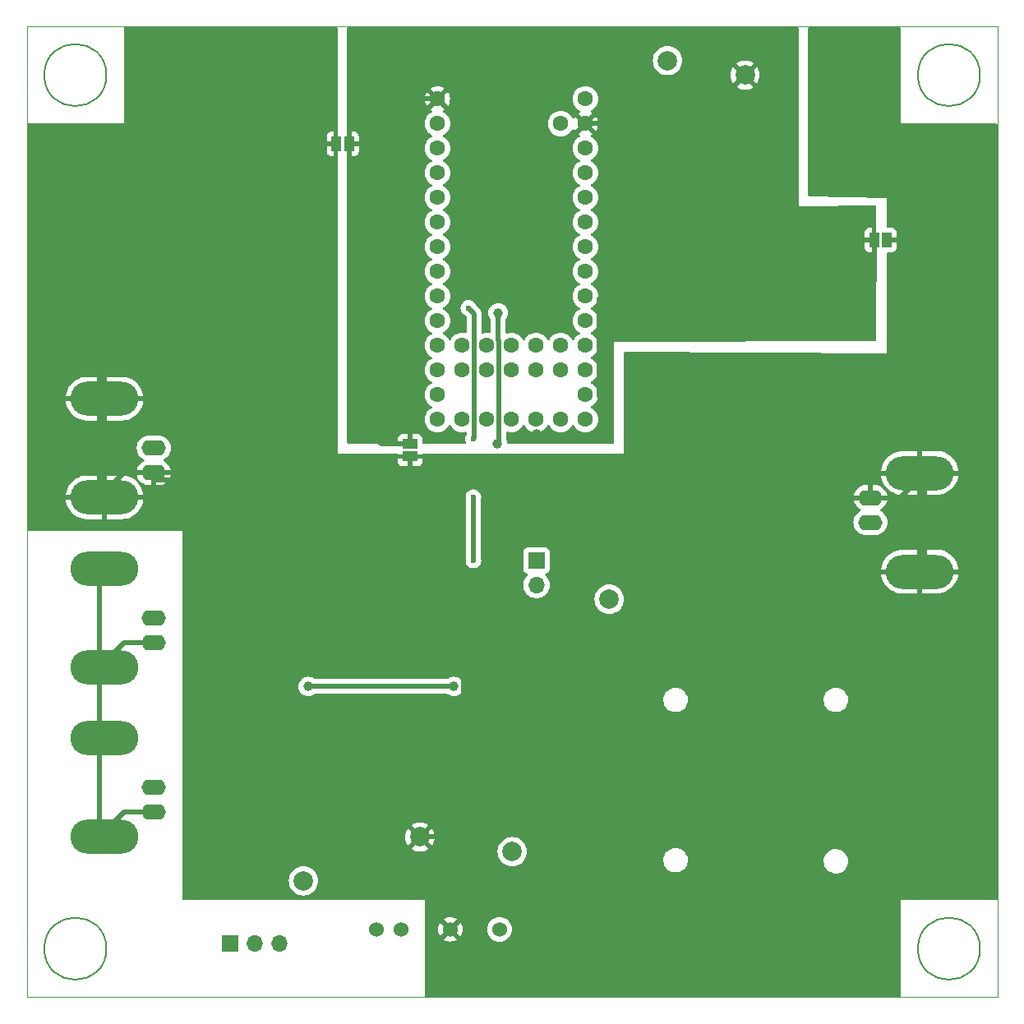
<source format=gbl>
G04 #@! TF.GenerationSoftware,KiCad,Pcbnew,7.0.8-7.0.8~ubuntu22.04.1*
G04 #@! TF.CreationDate,2023-10-06T16:41:22-07:00*
G04 #@! TF.ProjectId,feedbackController,66656564-6261-4636-9b43-6f6e74726f6c,rev?*
G04 #@! TF.SameCoordinates,Original*
G04 #@! TF.FileFunction,Copper,L2,Bot*
G04 #@! TF.FilePolarity,Positive*
%FSLAX46Y46*%
G04 Gerber Fmt 4.6, Leading zero omitted, Abs format (unit mm)*
G04 Created by KiCad (PCBNEW 7.0.8-7.0.8~ubuntu22.04.1) date 2023-10-06 16:41:22*
%MOMM*%
%LPD*%
G01*
G04 APERTURE LIST*
G04 #@! TA.AperFunction,ComponentPad*
%ADD10C,2.000000*%
G04 #@! TD*
G04 #@! TA.AperFunction,ComponentPad*
%ADD11R,1.700000X1.700000*%
G04 #@! TD*
G04 #@! TA.AperFunction,ComponentPad*
%ADD12O,1.700000X1.700000*%
G04 #@! TD*
G04 #@! TA.AperFunction,ComponentPad*
%ADD13C,1.524000*%
G04 #@! TD*
G04 #@! TA.AperFunction,ComponentPad*
%ADD14O,2.500000X1.600000*%
G04 #@! TD*
G04 #@! TA.AperFunction,ComponentPad*
%ADD15O,7.000000X3.500000*%
G04 #@! TD*
G04 #@! TA.AperFunction,ComponentPad*
%ADD16C,1.600000*%
G04 #@! TD*
G04 #@! TA.AperFunction,SMDPad,CuDef*
%ADD17R,1.500000X1.000000*%
G04 #@! TD*
G04 #@! TA.AperFunction,SMDPad,CuDef*
%ADD18R,1.000000X1.500000*%
G04 #@! TD*
G04 #@! TA.AperFunction,ViaPad*
%ADD19C,0.600000*%
G04 #@! TD*
G04 #@! TA.AperFunction,ViaPad*
%ADD20C,1.000000*%
G04 #@! TD*
G04 #@! TA.AperFunction,Conductor*
%ADD21C,0.500000*%
G04 #@! TD*
%ADD22C,0.150000*%
G04 #@! TA.AperFunction,Profile*
%ADD23C,0.100000*%
G04 #@! TD*
G04 APERTURE END LIST*
D10*
X124000000Y-55000000D03*
D11*
X102500000Y-105000000D03*
D12*
X102500000Y-107540000D03*
D13*
X86000000Y-143000000D03*
X88540000Y-143000000D03*
X93620000Y-143000000D03*
X98700000Y-143000000D03*
D14*
X63080000Y-93420000D03*
D15*
X58000000Y-98500000D03*
D14*
X63080000Y-95960000D03*
D15*
X58000000Y-88340000D03*
D11*
X70920000Y-144500000D03*
D12*
X73460000Y-144500000D03*
X76000000Y-144500000D03*
D10*
X100000000Y-135000000D03*
D14*
X63080000Y-128420000D03*
D15*
X58000000Y-133500000D03*
D14*
X63080000Y-130960000D03*
D15*
X58000000Y-123340000D03*
D10*
X116000000Y-53500000D03*
D14*
X136920000Y-101080000D03*
D15*
X142000000Y-96000000D03*
D14*
X136920000Y-98540000D03*
D15*
X142000000Y-106160000D03*
D10*
X110000000Y-109000000D03*
X90500000Y-133500000D03*
X78500000Y-138000000D03*
D14*
X63080000Y-110920000D03*
D15*
X58000000Y-116000000D03*
D14*
X63080000Y-113460000D03*
D15*
X58000000Y-105840000D03*
D16*
X92300000Y-57460000D03*
X92300000Y-60000000D03*
X92300000Y-62540000D03*
X92300000Y-65080000D03*
X92300000Y-67620000D03*
X92300000Y-70160000D03*
X92300000Y-72700000D03*
X92300000Y-75240000D03*
X92300000Y-77780000D03*
X92300000Y-80320000D03*
X92300000Y-82860000D03*
X92300000Y-85400000D03*
X92300000Y-87940000D03*
X92300000Y-90480000D03*
X94840000Y-90480000D03*
X97380000Y-90480000D03*
X99920000Y-90480000D03*
X102460000Y-90480000D03*
X105000000Y-90480000D03*
X107540000Y-90480000D03*
X107540000Y-87940000D03*
X107540000Y-85400000D03*
X107540000Y-82860000D03*
X107540000Y-80320000D03*
X107540000Y-77780000D03*
X107540000Y-75240000D03*
X107540000Y-72700000D03*
X107540000Y-70160000D03*
X107540000Y-67620000D03*
X107540000Y-65080000D03*
X107540000Y-62540000D03*
X107540000Y-60000000D03*
X107540000Y-57460000D03*
X105000000Y-60000000D03*
X105000000Y-85400000D03*
X105000000Y-82860000D03*
X102460000Y-85400000D03*
X102460000Y-82860000D03*
X99920000Y-85400000D03*
X99920000Y-82860000D03*
X97380000Y-85400000D03*
X97380000Y-82860000D03*
X94840000Y-85400000D03*
X94840000Y-82860000D03*
D17*
X89500000Y-93000000D03*
X89500000Y-94300000D03*
D18*
X137300000Y-72000000D03*
X138600000Y-72000000D03*
X83200000Y-62100000D03*
X81900000Y-62100000D03*
D19*
X138500000Y-64500000D03*
D20*
X101500000Y-116000000D03*
D19*
X129500000Y-98500000D03*
X140500000Y-67000000D03*
X126000000Y-94000000D03*
X78000000Y-67500000D03*
X138000000Y-55500000D03*
X63000000Y-71000000D03*
X79500000Y-56000000D03*
X62000000Y-72500000D03*
D20*
X80000000Y-71000000D03*
D19*
X127500000Y-102000000D03*
X124000000Y-107000000D03*
X62000000Y-61000000D03*
X56000000Y-81045380D03*
X64000000Y-52000000D03*
D20*
X98564000Y-79500000D03*
X98500000Y-93000000D03*
X85000000Y-91500000D03*
X116500000Y-78000000D03*
D19*
X125000000Y-65000000D03*
X85000000Y-56000000D03*
D20*
X85000000Y-71000000D03*
X102500000Y-92000000D03*
D19*
X124500000Y-81000000D03*
X85000000Y-66000000D03*
X135500000Y-78000000D03*
D20*
X79000000Y-118000000D03*
X94000000Y-118000000D03*
D19*
X96000000Y-105000000D03*
X95501738Y-79000000D03*
X96000000Y-98500000D03*
X95992000Y-92500000D03*
X96090000Y-88090000D03*
D21*
X62000000Y-71000000D02*
X62000000Y-61000000D01*
X94500000Y-96750000D02*
X113000000Y-96750000D01*
X64000000Y-53500000D02*
X64000000Y-52000000D01*
X114790000Y-98540000D02*
X113000000Y-96750000D01*
X67454620Y-78045380D02*
X62000000Y-78045380D01*
X137420000Y-98540000D02*
X127500000Y-98540000D01*
X78000000Y-57500000D02*
X79500000Y-56000000D01*
X138500000Y-64500000D02*
X138500000Y-56000000D01*
X138500000Y-56000000D02*
X138000000Y-55500000D01*
X62000000Y-55500000D02*
X64000000Y-53500000D01*
X94950000Y-97200000D02*
X94950000Y-116000000D01*
X94950000Y-141670000D02*
X93620000Y-143000000D01*
X62000000Y-71000000D02*
X63000000Y-71000000D01*
X78000000Y-67500000D02*
X78000000Y-62100000D01*
X74500000Y-71000000D02*
X80000000Y-71000000D01*
X127500000Y-102000000D02*
X127500000Y-98540000D01*
X89500000Y-94300000D02*
X89500000Y-96650000D01*
X141500000Y-68000000D02*
X141500000Y-72000000D01*
X78000000Y-67500000D02*
X74500000Y-71000000D01*
X63370000Y-96750000D02*
X89600000Y-96750000D01*
X126000000Y-97040000D02*
X127500000Y-98540000D01*
X94950000Y-116000000D02*
X94950000Y-133500000D01*
X62000000Y-72500000D02*
X62000000Y-71000000D01*
X56000000Y-81045380D02*
X57500000Y-82545380D01*
X123250000Y-107000000D02*
X124000000Y-107000000D01*
X127500000Y-98540000D02*
X114790000Y-98540000D01*
X57500000Y-82545380D02*
X57500000Y-88340000D01*
X81900000Y-62100000D02*
X78000000Y-62100000D01*
X57500000Y-82545380D02*
X62000000Y-78045380D01*
X62000000Y-61000000D02*
X62000000Y-55500000D01*
X94500000Y-96750000D02*
X94950000Y-97200000D01*
X90500000Y-133500000D02*
X94950000Y-133500000D01*
X94950000Y-133500000D02*
X94950000Y-141670000D01*
X141500000Y-85500000D02*
X127830000Y-85500000D01*
X141500000Y-72000000D02*
X141500000Y-85500000D01*
X126000000Y-94000000D02*
X126000000Y-97040000D01*
X62580000Y-95960000D02*
X63370000Y-96750000D01*
X138500000Y-65000000D02*
X141500000Y-68000000D01*
X57500000Y-98500000D02*
X60040000Y-95960000D01*
X60040000Y-95960000D02*
X62580000Y-95960000D01*
X89500000Y-96650000D02*
X89600000Y-96750000D01*
X62000000Y-78045380D02*
X62000000Y-72500000D01*
X74500000Y-71000000D02*
X67454620Y-78045380D01*
X138600000Y-72000000D02*
X141500000Y-72000000D01*
X57500000Y-98500000D02*
X57500000Y-88340000D01*
X89600000Y-96750000D02*
X94500000Y-96750000D01*
X139960000Y-98540000D02*
X142500000Y-96000000D01*
X142500000Y-96000000D02*
X142500000Y-106160000D01*
X101500000Y-116000000D02*
X94950000Y-116000000D01*
X127830000Y-85500000D02*
X114790000Y-98540000D01*
X138500000Y-64500000D02*
X138500000Y-65000000D01*
X114790000Y-98540000D02*
X123250000Y-107000000D01*
X78000000Y-62100000D02*
X78000000Y-57500000D01*
X137420000Y-98540000D02*
X139960000Y-98540000D01*
X98630000Y-82349346D02*
X98630000Y-92870000D01*
X98630000Y-92870000D02*
X98500000Y-93000000D01*
X98564000Y-79500000D02*
X98564000Y-82283346D01*
X98564000Y-82283346D02*
X98630000Y-82349346D01*
X57500000Y-123340000D02*
X57500000Y-116000000D01*
X105540000Y-62000000D02*
X107540000Y-60000000D01*
X60040000Y-130960000D02*
X62580000Y-130960000D01*
X124500000Y-81000000D02*
X132500000Y-81000000D01*
X85000000Y-91500000D02*
X85000000Y-76000000D01*
X120000000Y-60000000D02*
X125000000Y-65000000D01*
X85000000Y-56000000D02*
X86460000Y-57460000D01*
X92300000Y-57460000D02*
X96840000Y-62000000D01*
X85000000Y-62100000D02*
X85000000Y-56000000D01*
X86460000Y-57460000D02*
X92300000Y-57460000D01*
X116500000Y-78000000D02*
X119500000Y-81000000D01*
X119000000Y-60000000D02*
X124000000Y-55000000D01*
X57500000Y-123340000D02*
X57500000Y-133500000D01*
X85000000Y-71000000D02*
X85000000Y-62100000D01*
X119500000Y-81000000D02*
X124500000Y-81000000D01*
X60040000Y-113460000D02*
X62580000Y-113460000D01*
X109000000Y-78000000D02*
X109000000Y-88107364D01*
X125000000Y-65000000D02*
X126500000Y-66500000D01*
X83200000Y-62100000D02*
X85000000Y-62100000D01*
X116500000Y-78000000D02*
X109000000Y-78000000D01*
X86500000Y-93000000D02*
X89500000Y-93000000D01*
X116500000Y-76500000D02*
X126500000Y-66500000D01*
X85000000Y-76000000D02*
X85000000Y-71000000D01*
X57500000Y-116000000D02*
X57500000Y-105840000D01*
X96840000Y-62000000D02*
X105540000Y-62000000D01*
X57500000Y-133500000D02*
X60040000Y-130960000D01*
X116500000Y-78000000D02*
X116500000Y-76500000D01*
X132500000Y-81000000D02*
X135500000Y-78000000D01*
X57500000Y-116000000D02*
X60040000Y-113460000D01*
X137300000Y-72000000D02*
X137300000Y-76200000D01*
X119000000Y-60000000D02*
X120000000Y-60000000D01*
X85000000Y-91500000D02*
X86500000Y-93000000D01*
X107540000Y-60000000D02*
X119000000Y-60000000D01*
X137300000Y-76200000D02*
X135500000Y-78000000D01*
X79000000Y-118000000D02*
X94000000Y-118000000D01*
X96000000Y-98500000D02*
X96000000Y-105000000D01*
X96090000Y-88090000D02*
X96090000Y-79588262D01*
X96090000Y-79588262D02*
X95501738Y-79000000D01*
X96090000Y-88090000D02*
X96090000Y-92402000D01*
X96090000Y-92402000D02*
X95992000Y-92500000D01*
G04 #@! TA.AperFunction,Conductor*
G36*
X81943039Y-50020185D02*
G01*
X81988794Y-50072989D01*
X82000000Y-50124500D01*
X82000000Y-63390000D01*
X82000000Y-94000000D01*
X88148638Y-94000000D01*
X88215677Y-94019685D01*
X88236319Y-94036319D01*
X88250000Y-94050000D01*
X90750000Y-94050000D01*
X90763681Y-94036319D01*
X90825004Y-94002834D01*
X90851362Y-94000000D01*
X98361103Y-94000000D01*
X98367184Y-94000299D01*
X98392925Y-94002834D01*
X98500000Y-94013380D01*
X98607075Y-94002834D01*
X98632816Y-94000299D01*
X98638897Y-94000000D01*
X111500000Y-94000000D01*
X111500000Y-83624918D01*
X111519685Y-83557879D01*
X111572489Y-83512124D01*
X111624911Y-83500921D01*
X138600000Y-83700000D01*
X138600000Y-83699999D01*
X138600000Y-73374000D01*
X138619685Y-73306961D01*
X138672489Y-73261206D01*
X138724000Y-73250000D01*
X139147828Y-73250000D01*
X139147844Y-73249999D01*
X139207372Y-73243598D01*
X139207379Y-73243596D01*
X139342086Y-73193354D01*
X139342093Y-73193350D01*
X139457187Y-73107190D01*
X139457190Y-73107187D01*
X139543350Y-72992093D01*
X139543354Y-72992086D01*
X139593596Y-72857379D01*
X139593598Y-72857372D01*
X139599999Y-72797844D01*
X139600000Y-72797827D01*
X139600000Y-72250000D01*
X138600000Y-72250000D01*
X138600000Y-71750000D01*
X139600000Y-71750000D01*
X139600000Y-71202172D01*
X139599999Y-71202155D01*
X139593598Y-71142627D01*
X139593596Y-71142620D01*
X139543354Y-71007913D01*
X139543350Y-71007906D01*
X139457190Y-70892812D01*
X139457187Y-70892809D01*
X139342093Y-70806649D01*
X139342086Y-70806645D01*
X139207379Y-70756403D01*
X139207372Y-70756401D01*
X139147844Y-70750000D01*
X138724000Y-70750000D01*
X138656961Y-70730315D01*
X138611206Y-70677511D01*
X138600000Y-70626000D01*
X138600000Y-67700000D01*
X130620939Y-67502986D01*
X130554406Y-67481653D01*
X130509968Y-67427736D01*
X130500000Y-67379024D01*
X130500000Y-50124500D01*
X130519685Y-50057461D01*
X130572489Y-50011706D01*
X130624000Y-50000500D01*
X139876000Y-50000500D01*
X139943039Y-50020185D01*
X139988794Y-50072989D01*
X140000000Y-50124500D01*
X140000000Y-60000000D01*
X149875500Y-60000000D01*
X149942539Y-60019685D01*
X149988294Y-60072489D01*
X149999500Y-60124000D01*
X149999500Y-139876000D01*
X149979815Y-139943039D01*
X149927011Y-139988794D01*
X149875500Y-140000000D01*
X140000000Y-140000000D01*
X140000000Y-149875500D01*
X139980315Y-149942539D01*
X139927511Y-149988294D01*
X139876000Y-149999500D01*
X91124000Y-149999500D01*
X91056961Y-149979815D01*
X91011206Y-149927011D01*
X91000000Y-149875500D01*
X91000000Y-143000000D01*
X92353179Y-143000000D01*
X92372424Y-143219976D01*
X92372426Y-143219986D01*
X92429575Y-143433270D01*
X92429580Y-143433284D01*
X92522899Y-143633407D01*
X92522900Y-143633409D01*
X92568258Y-143698187D01*
X93235096Y-143031349D01*
X93235051Y-143031898D01*
X93266266Y-143155162D01*
X93335813Y-143261612D01*
X93436157Y-143339713D01*
X93556422Y-143381000D01*
X93592553Y-143381000D01*
X92921811Y-144051741D01*
X92986582Y-144097094D01*
X92986592Y-144097100D01*
X93186715Y-144190419D01*
X93186729Y-144190424D01*
X93400013Y-144247573D01*
X93400023Y-144247575D01*
X93619999Y-144266821D01*
X93620001Y-144266821D01*
X93839976Y-144247575D01*
X93839986Y-144247573D01*
X94053270Y-144190424D01*
X94053284Y-144190419D01*
X94253408Y-144097100D01*
X94253420Y-144097093D01*
X94318186Y-144051742D01*
X94318187Y-144051740D01*
X93647448Y-143381000D01*
X93651569Y-143381000D01*
X93745421Y-143365339D01*
X93857251Y-143304820D01*
X93943371Y-143211269D01*
X93994448Y-143094823D01*
X94000105Y-143026552D01*
X94671740Y-143698187D01*
X94671742Y-143698186D01*
X94717093Y-143633420D01*
X94717100Y-143633408D01*
X94810419Y-143433284D01*
X94810424Y-143433270D01*
X94867573Y-143219986D01*
X94867575Y-143219976D01*
X94886821Y-143000002D01*
X97424647Y-143000002D01*
X97444021Y-143221457D01*
X97444022Y-143221465D01*
X97501558Y-143436191D01*
X97501559Y-143436193D01*
X97501560Y-143436196D01*
X97529957Y-143497094D01*
X97595511Y-143637676D01*
X97595512Y-143637677D01*
X97723023Y-143819781D01*
X97880219Y-143976977D01*
X98062323Y-144104488D01*
X98263804Y-144198440D01*
X98478537Y-144255978D01*
X98636724Y-144269817D01*
X98699998Y-144275353D01*
X98700000Y-144275353D01*
X98700002Y-144275353D01*
X98755365Y-144270509D01*
X98921463Y-144255978D01*
X99136196Y-144198440D01*
X99337677Y-144104488D01*
X99519781Y-143976977D01*
X99676977Y-143819781D01*
X99804488Y-143637677D01*
X99898440Y-143436196D01*
X99955978Y-143221463D01*
X99975353Y-143000000D01*
X99972562Y-142968102D01*
X99961778Y-142844838D01*
X99955978Y-142778537D01*
X99898440Y-142563804D01*
X99804488Y-142362324D01*
X99804486Y-142362321D01*
X99804485Y-142362319D01*
X99676978Y-142180220D01*
X99676975Y-142180217D01*
X99519781Y-142023023D01*
X99379677Y-141924921D01*
X99337676Y-141895511D01*
X99236936Y-141848536D01*
X99136196Y-141801560D01*
X99136193Y-141801559D01*
X99136191Y-141801558D01*
X98921465Y-141744022D01*
X98921457Y-141744021D01*
X98700002Y-141724647D01*
X98699998Y-141724647D01*
X98478542Y-141744021D01*
X98478535Y-141744022D01*
X98263800Y-141801561D01*
X98062323Y-141895512D01*
X98062319Y-141895514D01*
X97880217Y-142023023D01*
X97723023Y-142180217D01*
X97595514Y-142362319D01*
X97595512Y-142362323D01*
X97501561Y-142563800D01*
X97444022Y-142778535D01*
X97444021Y-142778542D01*
X97424647Y-142999997D01*
X97424647Y-143000002D01*
X94886821Y-143000002D01*
X94886821Y-143000000D01*
X94886821Y-142999999D01*
X94867575Y-142780023D01*
X94867573Y-142780013D01*
X94810424Y-142566729D01*
X94810420Y-142566720D01*
X94717098Y-142366590D01*
X94671740Y-142301811D01*
X94004903Y-142968648D01*
X94004949Y-142968102D01*
X93973734Y-142844838D01*
X93904187Y-142738388D01*
X93803843Y-142660287D01*
X93683578Y-142619000D01*
X93647447Y-142619000D01*
X94318187Y-141948258D01*
X94253409Y-141902900D01*
X94253407Y-141902899D01*
X94053284Y-141809580D01*
X94053270Y-141809575D01*
X93839986Y-141752426D01*
X93839976Y-141752424D01*
X93620001Y-141733179D01*
X93619999Y-141733179D01*
X93400023Y-141752424D01*
X93400013Y-141752426D01*
X93186729Y-141809575D01*
X93186720Y-141809579D01*
X92986586Y-141902903D01*
X92921812Y-141948257D01*
X92921811Y-141948258D01*
X93592554Y-142619000D01*
X93588431Y-142619000D01*
X93494579Y-142634661D01*
X93382749Y-142695180D01*
X93296629Y-142788731D01*
X93245552Y-142905177D01*
X93239894Y-142973447D01*
X92568258Y-142301811D01*
X92568257Y-142301812D01*
X92522903Y-142366586D01*
X92429579Y-142566720D01*
X92429575Y-142566729D01*
X92372426Y-142780013D01*
X92372424Y-142780023D01*
X92353179Y-142999999D01*
X92353179Y-143000000D01*
X91000000Y-143000000D01*
X91000000Y-140000000D01*
X66124000Y-140000000D01*
X66056961Y-139980315D01*
X66011206Y-139927511D01*
X66000000Y-139876000D01*
X66000000Y-138000000D01*
X76986835Y-138000000D01*
X77005465Y-138236714D01*
X77060895Y-138467595D01*
X77060895Y-138467597D01*
X77151757Y-138686959D01*
X77151759Y-138686962D01*
X77275820Y-138889410D01*
X77275821Y-138889413D01*
X77275824Y-138889416D01*
X77430031Y-139069969D01*
X77569797Y-139189340D01*
X77610586Y-139224178D01*
X77610589Y-139224179D01*
X77813037Y-139348240D01*
X77813040Y-139348242D01*
X78032403Y-139439104D01*
X78032404Y-139439104D01*
X78032406Y-139439105D01*
X78263289Y-139494535D01*
X78500000Y-139513165D01*
X78736711Y-139494535D01*
X78967594Y-139439105D01*
X78967596Y-139439104D01*
X78967597Y-139439104D01*
X79186959Y-139348242D01*
X79186960Y-139348241D01*
X79186963Y-139348240D01*
X79389416Y-139224176D01*
X79569969Y-139069969D01*
X79724176Y-138889416D01*
X79848240Y-138686963D01*
X79939105Y-138467594D01*
X79994535Y-138236711D01*
X80013165Y-138000000D01*
X79994535Y-137763289D01*
X79939105Y-137532406D01*
X79939104Y-137532403D01*
X79939104Y-137532402D01*
X79848242Y-137313040D01*
X79848240Y-137313037D01*
X79736819Y-137131215D01*
X79724178Y-137110588D01*
X79724178Y-137110586D01*
X79685663Y-137065491D01*
X79569969Y-136930031D01*
X79450596Y-136828076D01*
X79389413Y-136775821D01*
X79389410Y-136775820D01*
X79186962Y-136651759D01*
X79186959Y-136651757D01*
X78967596Y-136560895D01*
X78736714Y-136505465D01*
X78500000Y-136486835D01*
X78263285Y-136505465D01*
X78032404Y-136560895D01*
X78032402Y-136560895D01*
X77813040Y-136651757D01*
X77813037Y-136651759D01*
X77610589Y-136775820D01*
X77610586Y-136775821D01*
X77430031Y-136930031D01*
X77275821Y-137110586D01*
X77275820Y-137110589D01*
X77151759Y-137313037D01*
X77151757Y-137313040D01*
X77060895Y-137532402D01*
X77060895Y-137532404D01*
X77005465Y-137763285D01*
X76986835Y-138000000D01*
X66000000Y-138000000D01*
X66000000Y-133500005D01*
X88994859Y-133500005D01*
X89015385Y-133747729D01*
X89015387Y-133747738D01*
X89076412Y-133988717D01*
X89176266Y-134216364D01*
X89276564Y-134369882D01*
X90016923Y-133629523D01*
X90040507Y-133709844D01*
X90118239Y-133830798D01*
X90226900Y-133924952D01*
X90357685Y-133984680D01*
X90367466Y-133986086D01*
X89629942Y-134723609D01*
X89676768Y-134760055D01*
X89676770Y-134760056D01*
X89895385Y-134878364D01*
X89895396Y-134878369D01*
X90130506Y-134959083D01*
X90375707Y-135000000D01*
X90624293Y-135000000D01*
X98486835Y-135000000D01*
X98505465Y-135236714D01*
X98560895Y-135467595D01*
X98560895Y-135467597D01*
X98651757Y-135686959D01*
X98651759Y-135686962D01*
X98775820Y-135889410D01*
X98775821Y-135889413D01*
X98775824Y-135889416D01*
X98930031Y-136069969D01*
X99046438Y-136169390D01*
X99110586Y-136224178D01*
X99110589Y-136224179D01*
X99313037Y-136348240D01*
X99313040Y-136348242D01*
X99532403Y-136439104D01*
X99532404Y-136439104D01*
X99532406Y-136439105D01*
X99763289Y-136494535D01*
X100000000Y-136513165D01*
X100236711Y-136494535D01*
X100467594Y-136439105D01*
X100467596Y-136439104D01*
X100467597Y-136439104D01*
X100686959Y-136348242D01*
X100686960Y-136348241D01*
X100686963Y-136348240D01*
X100889416Y-136224176D01*
X101069969Y-136069969D01*
X101175567Y-135946330D01*
X115585710Y-135946330D01*
X115615925Y-136169387D01*
X115615926Y-136169390D01*
X115685483Y-136383465D01*
X115792146Y-136581678D01*
X115792148Y-136581681D01*
X115932489Y-136757663D01*
X115932491Y-136757664D01*
X115932492Y-136757666D01*
X116102004Y-136905765D01*
X116295236Y-137021215D01*
X116446084Y-137077829D01*
X116505976Y-137100307D01*
X116727450Y-137140500D01*
X116727453Y-137140500D01*
X116896148Y-137140500D01*
X116896155Y-137140500D01*
X117064188Y-137125377D01*
X117064192Y-137125376D01*
X117281160Y-137065496D01*
X117281162Y-137065495D01*
X117281170Y-137065493D01*
X117483973Y-136967829D01*
X117666078Y-136835522D01*
X117821632Y-136672825D01*
X117945635Y-136484968D01*
X117987084Y-136387995D01*
X118034100Y-136277995D01*
X118034099Y-136277995D01*
X118034103Y-136277988D01*
X118084191Y-136058537D01*
X118084290Y-136056330D01*
X132095710Y-136056330D01*
X132125925Y-136279387D01*
X132125926Y-136279390D01*
X132195483Y-136493465D01*
X132302146Y-136691678D01*
X132302148Y-136691681D01*
X132442489Y-136867663D01*
X132442491Y-136867664D01*
X132442492Y-136867666D01*
X132612004Y-137015765D01*
X132805236Y-137131215D01*
X133015976Y-137210307D01*
X133237450Y-137250500D01*
X133237453Y-137250500D01*
X133406148Y-137250500D01*
X133406155Y-137250500D01*
X133574188Y-137235377D01*
X133574192Y-137235376D01*
X133791160Y-137175496D01*
X133791162Y-137175495D01*
X133791170Y-137175493D01*
X133993973Y-137077829D01*
X134176078Y-136945522D01*
X134331632Y-136782825D01*
X134455635Y-136594968D01*
X134461316Y-136581678D01*
X134544100Y-136387995D01*
X134544099Y-136387995D01*
X134544103Y-136387988D01*
X134594191Y-136168537D01*
X134604290Y-135943670D01*
X134574075Y-135720613D01*
X134504517Y-135506536D01*
X134397852Y-135308319D01*
X134257508Y-135132334D01*
X134087996Y-134984235D01*
X133894764Y-134868785D01*
X133776775Y-134824503D01*
X133684023Y-134789692D01*
X133462550Y-134749500D01*
X133462547Y-134749500D01*
X133293845Y-134749500D01*
X133255399Y-134752960D01*
X133125813Y-134764622D01*
X133125807Y-134764623D01*
X132908839Y-134824503D01*
X132908826Y-134824508D01*
X132706033Y-134922167D01*
X132706025Y-134922171D01*
X132523927Y-135054473D01*
X132523925Y-135054474D01*
X132368366Y-135217176D01*
X132244363Y-135405033D01*
X132155899Y-135612004D01*
X132155895Y-135612017D01*
X132105810Y-135831457D01*
X132105808Y-135831468D01*
X132100769Y-135943674D01*
X132095710Y-136056330D01*
X118084290Y-136056330D01*
X118094290Y-135833670D01*
X118064075Y-135610613D01*
X117994517Y-135396536D01*
X117887852Y-135198319D01*
X117835232Y-135132336D01*
X117747510Y-135022336D01*
X117747508Y-135022334D01*
X117577996Y-134874235D01*
X117384764Y-134758785D01*
X117266775Y-134714503D01*
X117174023Y-134679692D01*
X116952550Y-134639500D01*
X116952547Y-134639500D01*
X116783845Y-134639500D01*
X116745399Y-134642960D01*
X116615813Y-134654622D01*
X116615807Y-134654623D01*
X116398839Y-134714503D01*
X116398826Y-134714508D01*
X116196033Y-134812167D01*
X116196025Y-134812171D01*
X116013927Y-134944473D01*
X116013925Y-134944474D01*
X115858366Y-135107176D01*
X115734363Y-135295033D01*
X115645899Y-135502004D01*
X115645895Y-135502017D01*
X115595810Y-135721457D01*
X115595808Y-135721468D01*
X115590769Y-135833674D01*
X115585710Y-135946330D01*
X101175567Y-135946330D01*
X101224176Y-135889416D01*
X101348240Y-135686963D01*
X101379284Y-135612017D01*
X101439104Y-135467597D01*
X101439104Y-135467596D01*
X101439105Y-135467594D01*
X101494535Y-135236711D01*
X101513165Y-135000000D01*
X101494535Y-134763289D01*
X101439105Y-134532406D01*
X101439104Y-134532403D01*
X101439104Y-134532402D01*
X101348242Y-134313040D01*
X101348240Y-134313037D01*
X101224179Y-134110589D01*
X101224178Y-134110586D01*
X101189340Y-134069797D01*
X101069969Y-133930031D01*
X100950596Y-133828076D01*
X100889413Y-133775821D01*
X100889410Y-133775820D01*
X100686962Y-133651759D01*
X100686959Y-133651757D01*
X100467596Y-133560895D01*
X100236714Y-133505465D01*
X100000000Y-133486835D01*
X99763285Y-133505465D01*
X99532404Y-133560895D01*
X99532402Y-133560895D01*
X99313040Y-133651757D01*
X99313037Y-133651759D01*
X99110589Y-133775820D01*
X99110586Y-133775821D01*
X98930031Y-133930031D01*
X98775821Y-134110586D01*
X98775820Y-134110589D01*
X98651759Y-134313037D01*
X98651757Y-134313040D01*
X98560895Y-134532402D01*
X98560895Y-134532404D01*
X98505465Y-134763285D01*
X98486835Y-135000000D01*
X90624293Y-135000000D01*
X90869493Y-134959083D01*
X91104603Y-134878369D01*
X91104614Y-134878364D01*
X91323228Y-134760057D01*
X91323231Y-134760055D01*
X91370056Y-134723609D01*
X90632533Y-133986086D01*
X90642315Y-133984680D01*
X90773100Y-133924952D01*
X90881761Y-133830798D01*
X90959493Y-133709844D01*
X90983076Y-133629524D01*
X91723434Y-134369882D01*
X91823731Y-134216369D01*
X91923587Y-133988717D01*
X91984612Y-133747738D01*
X91984614Y-133747729D01*
X92005141Y-133500005D01*
X92005141Y-133499994D01*
X91984614Y-133252270D01*
X91984612Y-133252261D01*
X91923587Y-133011282D01*
X91823731Y-132783630D01*
X91723434Y-132630116D01*
X90983076Y-133370475D01*
X90959493Y-133290156D01*
X90881761Y-133169202D01*
X90773100Y-133075048D01*
X90642315Y-133015320D01*
X90632534Y-133013913D01*
X91370057Y-132276390D01*
X91370056Y-132276389D01*
X91323229Y-132239943D01*
X91104614Y-132121635D01*
X91104603Y-132121630D01*
X90869493Y-132040916D01*
X90624293Y-132000000D01*
X90375707Y-132000000D01*
X90130506Y-132040916D01*
X89895396Y-132121630D01*
X89895390Y-132121632D01*
X89676761Y-132239949D01*
X89629942Y-132276388D01*
X89629942Y-132276390D01*
X90367466Y-133013913D01*
X90357685Y-133015320D01*
X90226900Y-133075048D01*
X90118239Y-133169202D01*
X90040507Y-133290156D01*
X90016923Y-133370475D01*
X89276564Y-132630116D01*
X89176267Y-132783632D01*
X89076412Y-133011282D01*
X89015387Y-133252261D01*
X89015385Y-133252270D01*
X88994859Y-133499994D01*
X88994859Y-133500005D01*
X66000000Y-133500005D01*
X66000000Y-119436330D01*
X115585710Y-119436330D01*
X115615925Y-119659387D01*
X115615926Y-119659390D01*
X115685483Y-119873465D01*
X115792146Y-120071678D01*
X115792148Y-120071681D01*
X115932489Y-120247663D01*
X115932491Y-120247664D01*
X115932492Y-120247666D01*
X116102004Y-120395765D01*
X116295236Y-120511215D01*
X116505976Y-120590307D01*
X116727450Y-120630500D01*
X116727453Y-120630500D01*
X116896148Y-120630500D01*
X116896155Y-120630500D01*
X117064188Y-120615377D01*
X117064192Y-120615376D01*
X117281160Y-120555496D01*
X117281162Y-120555495D01*
X117281170Y-120555493D01*
X117483973Y-120457829D01*
X117666078Y-120325522D01*
X117821632Y-120162825D01*
X117945635Y-119974968D01*
X118034103Y-119767988D01*
X118084191Y-119548537D01*
X118089230Y-119436330D01*
X132095710Y-119436330D01*
X132125925Y-119659387D01*
X132125926Y-119659390D01*
X132195483Y-119873465D01*
X132302146Y-120071678D01*
X132302148Y-120071681D01*
X132442489Y-120247663D01*
X132442491Y-120247664D01*
X132442492Y-120247666D01*
X132612004Y-120395765D01*
X132805236Y-120511215D01*
X133015976Y-120590307D01*
X133237450Y-120630500D01*
X133237453Y-120630500D01*
X133406148Y-120630500D01*
X133406155Y-120630500D01*
X133574188Y-120615377D01*
X133574192Y-120615376D01*
X133791160Y-120555496D01*
X133791162Y-120555495D01*
X133791170Y-120555493D01*
X133993973Y-120457829D01*
X134176078Y-120325522D01*
X134331632Y-120162825D01*
X134455635Y-119974968D01*
X134544103Y-119767988D01*
X134594191Y-119548537D01*
X134604290Y-119323670D01*
X134574075Y-119100613D01*
X134504517Y-118886536D01*
X134397852Y-118688319D01*
X134297916Y-118563004D01*
X134257510Y-118512336D01*
X134257508Y-118512334D01*
X134087996Y-118364235D01*
X133894764Y-118248785D01*
X133776775Y-118204503D01*
X133684023Y-118169692D01*
X133462550Y-118129500D01*
X133462547Y-118129500D01*
X133293845Y-118129500D01*
X133255399Y-118132960D01*
X133125813Y-118144622D01*
X133125807Y-118144623D01*
X132908839Y-118204503D01*
X132908826Y-118204508D01*
X132706033Y-118302167D01*
X132706025Y-118302171D01*
X132523927Y-118434473D01*
X132523925Y-118434474D01*
X132368366Y-118597176D01*
X132244363Y-118785033D01*
X132155899Y-118992004D01*
X132155895Y-118992017D01*
X132105810Y-119211457D01*
X132105808Y-119211468D01*
X132100769Y-119323674D01*
X132095710Y-119436330D01*
X118089230Y-119436330D01*
X118094290Y-119323670D01*
X118064075Y-119100613D01*
X117994517Y-118886536D01*
X117887852Y-118688319D01*
X117787916Y-118563004D01*
X117747510Y-118512336D01*
X117747508Y-118512334D01*
X117577996Y-118364235D01*
X117384764Y-118248785D01*
X117266775Y-118204503D01*
X117174023Y-118169692D01*
X116952550Y-118129500D01*
X116952547Y-118129500D01*
X116783845Y-118129500D01*
X116745399Y-118132960D01*
X116615813Y-118144622D01*
X116615807Y-118144623D01*
X116398839Y-118204503D01*
X116398826Y-118204508D01*
X116196033Y-118302167D01*
X116196025Y-118302171D01*
X116013927Y-118434473D01*
X116013925Y-118434474D01*
X115858366Y-118597176D01*
X115734363Y-118785033D01*
X115645899Y-118992004D01*
X115645895Y-118992017D01*
X115595810Y-119211457D01*
X115595808Y-119211468D01*
X115590769Y-119323674D01*
X115585710Y-119436330D01*
X66000000Y-119436330D01*
X66000000Y-118000000D01*
X77986620Y-118000000D01*
X78006091Y-118197699D01*
X78063760Y-118387808D01*
X78157401Y-118562998D01*
X78157405Y-118563005D01*
X78283431Y-118716568D01*
X78436994Y-118842594D01*
X78437001Y-118842598D01*
X78612191Y-118936239D01*
X78612193Y-118936239D01*
X78612196Y-118936241D01*
X78802299Y-118993908D01*
X78802298Y-118993908D01*
X78820024Y-118995653D01*
X79000000Y-119013380D01*
X79197701Y-118993908D01*
X79387804Y-118936241D01*
X79563004Y-118842595D01*
X79631177Y-118786647D01*
X79695487Y-118759334D01*
X79709842Y-118758500D01*
X93290158Y-118758500D01*
X93357197Y-118778185D01*
X93368823Y-118786647D01*
X93436994Y-118842594D01*
X93437001Y-118842598D01*
X93612191Y-118936239D01*
X93612193Y-118936239D01*
X93612196Y-118936241D01*
X93802299Y-118993908D01*
X93802298Y-118993908D01*
X93820024Y-118995653D01*
X94000000Y-119013380D01*
X94197701Y-118993908D01*
X94387804Y-118936241D01*
X94563004Y-118842595D01*
X94716568Y-118716568D01*
X94842595Y-118563004D01*
X94911293Y-118434478D01*
X94936239Y-118387808D01*
X94936239Y-118387807D01*
X94936241Y-118387804D01*
X94993908Y-118197701D01*
X95013380Y-118000000D01*
X94993908Y-117802299D01*
X94936241Y-117612196D01*
X94936239Y-117612193D01*
X94936239Y-117612191D01*
X94842598Y-117437001D01*
X94842594Y-117436994D01*
X94716568Y-117283431D01*
X94563005Y-117157405D01*
X94562998Y-117157401D01*
X94387808Y-117063760D01*
X94292752Y-117034925D01*
X94197701Y-117006092D01*
X94197699Y-117006091D01*
X94197701Y-117006091D01*
X94000000Y-116986620D01*
X93802300Y-117006091D01*
X93612191Y-117063760D01*
X93437001Y-117157401D01*
X93436994Y-117157405D01*
X93368823Y-117213353D01*
X93304513Y-117240666D01*
X93290158Y-117241500D01*
X79709842Y-117241500D01*
X79642803Y-117221815D01*
X79631177Y-117213353D01*
X79563005Y-117157405D01*
X79562998Y-117157401D01*
X79387808Y-117063760D01*
X79292752Y-117034925D01*
X79197701Y-117006092D01*
X79197699Y-117006091D01*
X79197701Y-117006091D01*
X79000000Y-116986620D01*
X78802300Y-117006091D01*
X78612191Y-117063760D01*
X78437001Y-117157401D01*
X78436994Y-117157405D01*
X78283431Y-117283431D01*
X78157405Y-117436994D01*
X78157401Y-117437001D01*
X78063760Y-117612191D01*
X78006091Y-117802300D01*
X77986620Y-118000000D01*
X66000000Y-118000000D01*
X66000000Y-109000000D01*
X108486835Y-109000000D01*
X108505465Y-109236714D01*
X108560895Y-109467595D01*
X108560895Y-109467597D01*
X108651757Y-109686959D01*
X108651759Y-109686962D01*
X108775820Y-109889410D01*
X108775821Y-109889413D01*
X108828076Y-109950596D01*
X108930031Y-110069969D01*
X109069797Y-110189340D01*
X109110586Y-110224178D01*
X109110589Y-110224179D01*
X109313037Y-110348240D01*
X109313040Y-110348242D01*
X109532403Y-110439104D01*
X109532404Y-110439104D01*
X109532406Y-110439105D01*
X109763289Y-110494535D01*
X110000000Y-110513165D01*
X110236711Y-110494535D01*
X110467594Y-110439105D01*
X110467596Y-110439104D01*
X110467597Y-110439104D01*
X110686959Y-110348242D01*
X110686960Y-110348241D01*
X110686963Y-110348240D01*
X110889416Y-110224176D01*
X111069969Y-110069969D01*
X111224176Y-109889416D01*
X111348240Y-109686963D01*
X111373303Y-109626457D01*
X111439104Y-109467597D01*
X111439104Y-109467596D01*
X111439105Y-109467594D01*
X111494535Y-109236711D01*
X111513165Y-109000000D01*
X111494535Y-108763289D01*
X111439105Y-108532406D01*
X111439104Y-108532403D01*
X111439104Y-108532402D01*
X111348242Y-108313040D01*
X111348240Y-108313037D01*
X111224179Y-108110589D01*
X111224178Y-108110586D01*
X111149482Y-108023129D01*
X111069969Y-107930031D01*
X110903164Y-107787566D01*
X110889413Y-107775821D01*
X110889410Y-107775820D01*
X110686962Y-107651759D01*
X110686959Y-107651757D01*
X110467596Y-107560895D01*
X110236714Y-107505465D01*
X110000000Y-107486835D01*
X109763285Y-107505465D01*
X109532404Y-107560895D01*
X109532402Y-107560895D01*
X109313040Y-107651757D01*
X109313037Y-107651759D01*
X109110589Y-107775820D01*
X109110586Y-107775821D01*
X108930031Y-107930031D01*
X108775821Y-108110586D01*
X108775820Y-108110589D01*
X108651759Y-108313037D01*
X108651757Y-108313040D01*
X108560895Y-108532402D01*
X108560895Y-108532404D01*
X108505465Y-108763285D01*
X108486835Y-109000000D01*
X66000000Y-109000000D01*
X66000000Y-107540005D01*
X101136844Y-107540005D01*
X101155434Y-107764359D01*
X101155436Y-107764371D01*
X101210703Y-107982614D01*
X101301140Y-108188792D01*
X101424276Y-108377265D01*
X101424284Y-108377276D01*
X101567090Y-108532402D01*
X101576760Y-108542906D01*
X101754424Y-108681189D01*
X101754425Y-108681189D01*
X101754427Y-108681191D01*
X101881135Y-108749761D01*
X101952426Y-108788342D01*
X102165365Y-108861444D01*
X102387431Y-108898500D01*
X102612569Y-108898500D01*
X102834635Y-108861444D01*
X103047574Y-108788342D01*
X103245576Y-108681189D01*
X103423240Y-108542906D01*
X103559477Y-108394915D01*
X103575715Y-108377276D01*
X103575716Y-108377274D01*
X103575722Y-108377268D01*
X103698860Y-108188791D01*
X103789296Y-107982616D01*
X103844564Y-107764368D01*
X103853895Y-107651760D01*
X103863156Y-107540005D01*
X103863156Y-107539994D01*
X103844565Y-107315640D01*
X103844563Y-107315628D01*
X103806419Y-107165000D01*
X103789296Y-107097384D01*
X103698860Y-106891209D01*
X103657633Y-106828107D01*
X103575723Y-106702734D01*
X103575715Y-106702723D01*
X103430510Y-106544991D01*
X103399587Y-106482337D01*
X103407447Y-106412911D01*
X103451594Y-106358755D01*
X103478405Y-106344827D01*
X103563814Y-106312970D01*
X103596204Y-106300889D01*
X103713261Y-106213261D01*
X103800889Y-106096204D01*
X103851989Y-105959201D01*
X103855591Y-105925692D01*
X103857279Y-105910000D01*
X138010385Y-105910000D01*
X141026589Y-105910000D01*
X141001466Y-106007030D01*
X140991114Y-106211165D01*
X141021574Y-106410000D01*
X138013793Y-106410000D01*
X138026375Y-106535076D01*
X138026376Y-106535079D01*
X138096208Y-106828107D01*
X138096210Y-106828116D01*
X138204474Y-107109216D01*
X138204481Y-107109231D01*
X138349248Y-107373395D01*
X138349252Y-107373401D01*
X138527935Y-107615911D01*
X138737355Y-107832451D01*
X138737362Y-107832457D01*
X138973768Y-108019145D01*
X139232948Y-108172657D01*
X139232966Y-108172666D01*
X139510283Y-108290260D01*
X139510300Y-108290265D01*
X139800826Y-108369848D01*
X140099384Y-108410000D01*
X141750000Y-108410000D01*
X141750000Y-107134625D01*
X141897801Y-107165000D01*
X142050967Y-107165000D01*
X142203348Y-107149504D01*
X142250000Y-107134867D01*
X142250000Y-108410000D01*
X143825236Y-108410000D01*
X144050564Y-108394915D01*
X144050573Y-108394913D01*
X144345758Y-108334916D01*
X144345773Y-108334912D01*
X144630343Y-108236098D01*
X144630346Y-108236096D01*
X144899198Y-108100240D01*
X145147564Y-107929745D01*
X145370971Y-107727685D01*
X145565464Y-107497638D01*
X145727554Y-107243728D01*
X145727555Y-107243726D01*
X145854351Y-106970485D01*
X145854356Y-106970471D01*
X145943605Y-106682765D01*
X145989615Y-106410000D01*
X142973411Y-106410000D01*
X142998534Y-106312970D01*
X143008886Y-106108835D01*
X142978426Y-105910000D01*
X145986207Y-105910000D01*
X145986207Y-105909999D01*
X145973624Y-105784923D01*
X145973623Y-105784920D01*
X145903791Y-105491892D01*
X145903789Y-105491883D01*
X145795525Y-105210783D01*
X145795518Y-105210768D01*
X145650751Y-104946604D01*
X145650747Y-104946598D01*
X145472064Y-104704088D01*
X145262644Y-104487548D01*
X145262637Y-104487542D01*
X145026231Y-104300854D01*
X144767051Y-104147342D01*
X144767033Y-104147333D01*
X144489716Y-104029739D01*
X144489699Y-104029734D01*
X144199173Y-103950151D01*
X143900617Y-103910000D01*
X142250000Y-103910000D01*
X142250000Y-105185374D01*
X142102199Y-105155000D01*
X141949033Y-105155000D01*
X141796652Y-105170496D01*
X141750000Y-105185132D01*
X141750000Y-103910000D01*
X140174764Y-103910000D01*
X139949435Y-103925084D01*
X139949426Y-103925086D01*
X139654241Y-103985083D01*
X139654226Y-103985087D01*
X139369656Y-104083901D01*
X139369653Y-104083903D01*
X139100801Y-104219759D01*
X138852435Y-104390254D01*
X138629028Y-104592314D01*
X138434535Y-104822361D01*
X138272445Y-105076271D01*
X138272444Y-105076273D01*
X138145648Y-105349514D01*
X138145643Y-105349528D01*
X138056394Y-105637234D01*
X138010385Y-105910000D01*
X103857279Y-105910000D01*
X103858499Y-105898654D01*
X103858500Y-105898637D01*
X103858500Y-104101362D01*
X103858499Y-104101345D01*
X103854436Y-104063563D01*
X103851989Y-104040799D01*
X103800889Y-103903796D01*
X103713261Y-103786739D01*
X103596204Y-103699111D01*
X103459203Y-103648011D01*
X103398654Y-103641500D01*
X103398638Y-103641500D01*
X101601362Y-103641500D01*
X101601345Y-103641500D01*
X101540797Y-103648011D01*
X101540795Y-103648011D01*
X101403795Y-103699111D01*
X101286739Y-103786739D01*
X101199111Y-103903795D01*
X101148011Y-104040795D01*
X101148011Y-104040797D01*
X101141500Y-104101345D01*
X101141500Y-105898654D01*
X101148011Y-105959202D01*
X101148011Y-105959204D01*
X101199111Y-106096204D01*
X101286739Y-106213261D01*
X101403796Y-106300889D01*
X101455737Y-106320262D01*
X101521595Y-106344827D01*
X101577528Y-106386699D01*
X101601944Y-106452163D01*
X101587092Y-106520436D01*
X101569490Y-106544991D01*
X101424279Y-106702730D01*
X101424276Y-106702734D01*
X101301140Y-106891207D01*
X101210703Y-107097385D01*
X101155436Y-107315628D01*
X101155434Y-107315640D01*
X101136844Y-107539994D01*
X101136844Y-107540005D01*
X66000000Y-107540005D01*
X66000000Y-105000003D01*
X95186384Y-105000003D01*
X95206781Y-105181041D01*
X95206782Y-105181046D01*
X95240271Y-105276750D01*
X95266957Y-105353015D01*
X95363889Y-105507281D01*
X95492719Y-105636111D01*
X95646985Y-105733043D01*
X95795250Y-105784923D01*
X95818953Y-105793217D01*
X95818958Y-105793218D01*
X95999996Y-105813616D01*
X96000000Y-105813616D01*
X96000004Y-105813616D01*
X96181041Y-105793218D01*
X96181044Y-105793217D01*
X96181047Y-105793217D01*
X96353015Y-105733043D01*
X96507281Y-105636111D01*
X96636111Y-105507281D01*
X96733043Y-105353015D01*
X96793217Y-105181047D01*
X96794406Y-105170496D01*
X96813616Y-105000003D01*
X96813616Y-104999996D01*
X96793218Y-104818958D01*
X96793216Y-104818950D01*
X96765458Y-104739621D01*
X96758500Y-104698667D01*
X96758500Y-101080001D01*
X135156502Y-101080001D01*
X135176456Y-101308081D01*
X135176457Y-101308089D01*
X135235714Y-101529238D01*
X135235718Y-101529249D01*
X135332475Y-101736745D01*
X135332477Y-101736749D01*
X135463802Y-101924300D01*
X135625700Y-102086198D01*
X135813251Y-102217523D01*
X135938091Y-102275736D01*
X136020750Y-102314281D01*
X136020752Y-102314281D01*
X136020757Y-102314284D01*
X136241913Y-102373543D01*
X136412873Y-102388500D01*
X137427127Y-102388500D01*
X137598087Y-102373543D01*
X137819243Y-102314284D01*
X138026749Y-102217523D01*
X138214300Y-102086198D01*
X138376198Y-101924300D01*
X138507523Y-101736749D01*
X138604284Y-101529243D01*
X138663543Y-101308087D01*
X138683498Y-101080000D01*
X138663543Y-100851913D01*
X138604284Y-100630757D01*
X138604052Y-100630260D01*
X138507524Y-100423254D01*
X138507523Y-100423252D01*
X138507523Y-100423251D01*
X138376198Y-100235700D01*
X138214300Y-100073802D01*
X138026749Y-99942477D01*
X137973596Y-99917691D01*
X137921158Y-99871519D01*
X137902007Y-99804325D01*
X137922223Y-99737444D01*
X137973600Y-99692927D01*
X138022483Y-99670133D01*
X138208820Y-99539657D01*
X138369657Y-99378820D01*
X138500134Y-99192482D01*
X138596265Y-98986326D01*
X138596269Y-98986317D01*
X138648872Y-98790000D01*
X137289503Y-98790000D01*
X137338917Y-98704413D01*
X137368768Y-98573630D01*
X137358743Y-98439860D01*
X137309734Y-98314987D01*
X137289807Y-98290000D01*
X138648872Y-98290000D01*
X138648872Y-98289999D01*
X138596269Y-98093682D01*
X138596265Y-98093673D01*
X138500134Y-97887517D01*
X138369657Y-97701179D01*
X138208820Y-97540342D01*
X138022482Y-97409865D01*
X137816326Y-97313734D01*
X137816317Y-97313730D01*
X137596610Y-97254860D01*
X137596599Y-97254858D01*
X137426763Y-97240000D01*
X137170000Y-97240000D01*
X137170000Y-98171862D01*
X137115259Y-98134541D01*
X136987073Y-98095000D01*
X136886654Y-98095000D01*
X136787353Y-98109967D01*
X136670000Y-98166481D01*
X136670000Y-97240000D01*
X136413237Y-97240000D01*
X136243400Y-97254858D01*
X136243389Y-97254860D01*
X136023682Y-97313730D01*
X136023673Y-97313734D01*
X135817517Y-97409865D01*
X135631179Y-97540342D01*
X135470342Y-97701179D01*
X135339865Y-97887517D01*
X135243734Y-98093673D01*
X135243730Y-98093682D01*
X135191127Y-98289999D01*
X135191128Y-98290000D01*
X136550497Y-98290000D01*
X136501083Y-98375587D01*
X136471232Y-98506370D01*
X136481257Y-98640140D01*
X136530266Y-98765013D01*
X136550193Y-98790000D01*
X135191128Y-98790000D01*
X135243730Y-98986317D01*
X135243734Y-98986326D01*
X135339865Y-99192482D01*
X135470342Y-99378820D01*
X135631179Y-99539657D01*
X135817517Y-99670133D01*
X135866399Y-99692927D01*
X135918839Y-99739099D01*
X135937992Y-99806292D01*
X135917777Y-99873174D01*
X135866402Y-99917691D01*
X135813256Y-99942474D01*
X135813252Y-99942476D01*
X135794065Y-99955911D01*
X135625700Y-100073802D01*
X135625698Y-100073803D01*
X135625695Y-100073806D01*
X135463806Y-100235695D01*
X135463803Y-100235698D01*
X135463802Y-100235700D01*
X135381767Y-100352856D01*
X135332476Y-100423252D01*
X135332475Y-100423254D01*
X135235718Y-100630750D01*
X135235714Y-100630761D01*
X135176457Y-100851910D01*
X135176456Y-100851918D01*
X135156502Y-101079998D01*
X135156502Y-101080001D01*
X96758500Y-101080001D01*
X96758500Y-98801329D01*
X96765459Y-98760374D01*
X96769089Y-98750000D01*
X96793217Y-98681047D01*
X96807851Y-98551165D01*
X96813616Y-98500003D01*
X96813616Y-98499996D01*
X96793218Y-98318958D01*
X96793217Y-98318953D01*
X96783086Y-98290000D01*
X96733043Y-98146985D01*
X96636111Y-97992719D01*
X96507281Y-97863889D01*
X96353015Y-97766957D01*
X96298693Y-97747949D01*
X96181046Y-97706782D01*
X96181041Y-97706781D01*
X96000004Y-97686384D01*
X95999996Y-97686384D01*
X95818958Y-97706781D01*
X95818953Y-97706782D01*
X95646982Y-97766958D01*
X95492718Y-97863889D01*
X95363889Y-97992718D01*
X95266958Y-98146982D01*
X95206782Y-98318953D01*
X95206781Y-98318958D01*
X95186384Y-98499996D01*
X95186384Y-98500003D01*
X95206781Y-98681038D01*
X95206783Y-98681048D01*
X95234541Y-98760374D01*
X95241500Y-98801329D01*
X95241500Y-104698667D01*
X95234542Y-104739621D01*
X95206783Y-104818950D01*
X95206781Y-104818958D01*
X95186384Y-104999996D01*
X95186384Y-105000003D01*
X66000000Y-105000003D01*
X66000000Y-102000000D01*
X50124500Y-102000000D01*
X50057461Y-101980315D01*
X50011706Y-101927511D01*
X50000500Y-101876000D01*
X50000500Y-98250000D01*
X54010385Y-98250000D01*
X57026589Y-98250000D01*
X57001466Y-98347030D01*
X56991114Y-98551165D01*
X57021574Y-98750000D01*
X54013793Y-98750000D01*
X54026375Y-98875076D01*
X54026376Y-98875079D01*
X54096208Y-99168107D01*
X54096210Y-99168116D01*
X54204474Y-99449216D01*
X54204481Y-99449231D01*
X54349248Y-99713395D01*
X54349252Y-99713401D01*
X54527935Y-99955911D01*
X54737355Y-100172451D01*
X54737362Y-100172457D01*
X54973768Y-100359145D01*
X55232948Y-100512657D01*
X55232966Y-100512666D01*
X55510283Y-100630260D01*
X55510300Y-100630265D01*
X55800826Y-100709848D01*
X56099384Y-100750000D01*
X57750000Y-100750000D01*
X57750000Y-99474625D01*
X57897801Y-99505000D01*
X58050967Y-99505000D01*
X58203348Y-99489504D01*
X58250000Y-99474867D01*
X58250000Y-100750000D01*
X59825236Y-100750000D01*
X60050564Y-100734915D01*
X60050573Y-100734913D01*
X60345758Y-100674916D01*
X60345773Y-100674912D01*
X60630343Y-100576098D01*
X60630346Y-100576096D01*
X60899198Y-100440240D01*
X61147564Y-100269745D01*
X61370971Y-100067685D01*
X61565464Y-99837638D01*
X61727554Y-99583728D01*
X61727555Y-99583726D01*
X61854351Y-99310485D01*
X61854356Y-99310471D01*
X61943605Y-99022765D01*
X61989615Y-98750000D01*
X58973411Y-98750000D01*
X58998534Y-98652970D01*
X59008886Y-98448835D01*
X58978426Y-98250000D01*
X61986207Y-98250000D01*
X61986207Y-98249999D01*
X61973624Y-98124923D01*
X61973623Y-98124920D01*
X61903791Y-97831892D01*
X61903789Y-97831883D01*
X61795525Y-97550783D01*
X61795518Y-97550768D01*
X61650751Y-97286604D01*
X61650747Y-97286598D01*
X61472064Y-97044088D01*
X61262644Y-96827548D01*
X61262637Y-96827542D01*
X61026231Y-96640854D01*
X60767051Y-96487342D01*
X60767033Y-96487333D01*
X60489716Y-96369739D01*
X60489699Y-96369734D01*
X60199173Y-96290151D01*
X59900617Y-96250000D01*
X58250000Y-96250000D01*
X58250000Y-97525374D01*
X58102199Y-97495000D01*
X57949033Y-97495000D01*
X57796652Y-97510496D01*
X57750000Y-97525132D01*
X57750000Y-96250000D01*
X56174764Y-96250000D01*
X55949435Y-96265084D01*
X55949426Y-96265086D01*
X55654241Y-96325083D01*
X55654226Y-96325087D01*
X55369656Y-96423901D01*
X55369653Y-96423903D01*
X55100801Y-96559759D01*
X54852435Y-96730254D01*
X54629028Y-96932314D01*
X54434535Y-97162361D01*
X54272445Y-97416271D01*
X54272444Y-97416273D01*
X54145648Y-97689514D01*
X54145643Y-97689528D01*
X54056394Y-97977234D01*
X54010385Y-98250000D01*
X50000500Y-98250000D01*
X50000500Y-93420001D01*
X61316502Y-93420001D01*
X61336456Y-93648081D01*
X61336457Y-93648089D01*
X61395714Y-93869238D01*
X61395718Y-93869249D01*
X61473624Y-94036319D01*
X61492477Y-94076749D01*
X61623802Y-94264300D01*
X61785700Y-94426198D01*
X61954064Y-94544088D01*
X61973251Y-94557523D01*
X62026401Y-94582307D01*
X62078840Y-94628479D01*
X62097992Y-94695673D01*
X62077776Y-94762554D01*
X62026401Y-94807071D01*
X61977517Y-94829865D01*
X61791179Y-94960342D01*
X61630342Y-95121179D01*
X61499865Y-95307517D01*
X61403734Y-95513673D01*
X61403730Y-95513682D01*
X61351127Y-95709999D01*
X61351128Y-95710000D01*
X62710497Y-95710000D01*
X62661083Y-95795587D01*
X62631232Y-95926370D01*
X62641257Y-96060140D01*
X62690266Y-96185013D01*
X62710193Y-96210000D01*
X61351128Y-96210000D01*
X61403730Y-96406317D01*
X61403734Y-96406326D01*
X61499865Y-96612482D01*
X61630342Y-96798820D01*
X61791179Y-96959657D01*
X61977517Y-97090134D01*
X62183673Y-97186265D01*
X62183682Y-97186269D01*
X62403389Y-97245139D01*
X62403400Y-97245141D01*
X62573237Y-97260000D01*
X62830000Y-97260000D01*
X62830000Y-96328137D01*
X62884741Y-96365459D01*
X63012927Y-96405000D01*
X63113346Y-96405000D01*
X63212647Y-96390033D01*
X63330000Y-96333518D01*
X63330000Y-97260000D01*
X63586763Y-97260000D01*
X63756599Y-97245141D01*
X63756610Y-97245139D01*
X63976317Y-97186269D01*
X63976326Y-97186265D01*
X64182482Y-97090134D01*
X64368820Y-96959657D01*
X64529657Y-96798820D01*
X64660134Y-96612482D01*
X64756265Y-96406326D01*
X64756269Y-96406317D01*
X64808872Y-96210000D01*
X63449503Y-96210000D01*
X63498917Y-96124413D01*
X63528768Y-95993630D01*
X63518743Y-95859860D01*
X63475626Y-95750000D01*
X138010385Y-95750000D01*
X141026589Y-95750000D01*
X141001466Y-95847030D01*
X140991114Y-96051165D01*
X141021574Y-96250000D01*
X138013793Y-96250000D01*
X138026375Y-96375076D01*
X138026376Y-96375079D01*
X138096208Y-96668107D01*
X138096210Y-96668116D01*
X138204474Y-96949216D01*
X138204481Y-96949231D01*
X138349248Y-97213395D01*
X138349252Y-97213401D01*
X138527935Y-97455911D01*
X138737355Y-97672451D01*
X138737362Y-97672457D01*
X138973768Y-97859145D01*
X139232948Y-98012657D01*
X139232966Y-98012666D01*
X139510283Y-98130260D01*
X139510300Y-98130265D01*
X139800826Y-98209848D01*
X140099384Y-98250000D01*
X141750000Y-98250000D01*
X141750000Y-96974625D01*
X141897801Y-97005000D01*
X142050967Y-97005000D01*
X142203348Y-96989504D01*
X142250000Y-96974867D01*
X142250000Y-98250000D01*
X143825236Y-98250000D01*
X144050564Y-98234915D01*
X144050573Y-98234913D01*
X144345758Y-98174916D01*
X144345773Y-98174912D01*
X144630343Y-98076098D01*
X144630346Y-98076096D01*
X144899198Y-97940240D01*
X145147564Y-97769745D01*
X145370971Y-97567685D01*
X145565464Y-97337638D01*
X145727554Y-97083728D01*
X145727555Y-97083726D01*
X145854351Y-96810485D01*
X145854356Y-96810471D01*
X145943605Y-96522765D01*
X145989615Y-96250000D01*
X142973411Y-96250000D01*
X142998534Y-96152970D01*
X143008886Y-95948835D01*
X142978426Y-95750000D01*
X145986207Y-95750000D01*
X145986207Y-95749999D01*
X145973624Y-95624923D01*
X145973623Y-95624920D01*
X145903791Y-95331892D01*
X145903789Y-95331883D01*
X145795525Y-95050783D01*
X145795518Y-95050768D01*
X145650751Y-94786604D01*
X145650747Y-94786598D01*
X145472064Y-94544088D01*
X145262644Y-94327548D01*
X145262637Y-94327542D01*
X145026231Y-94140854D01*
X144767051Y-93987342D01*
X144767033Y-93987333D01*
X144489716Y-93869739D01*
X144489699Y-93869734D01*
X144199173Y-93790151D01*
X143900617Y-93750000D01*
X142250000Y-93750000D01*
X142250000Y-95025374D01*
X142102199Y-94995000D01*
X141949033Y-94995000D01*
X141796652Y-95010496D01*
X141750000Y-95025132D01*
X141750000Y-93750000D01*
X140174764Y-93750000D01*
X139949435Y-93765084D01*
X139949426Y-93765086D01*
X139654241Y-93825083D01*
X139654226Y-93825087D01*
X139369656Y-93923901D01*
X139369653Y-93923903D01*
X139100801Y-94059759D01*
X138852435Y-94230254D01*
X138629028Y-94432314D01*
X138434535Y-94662361D01*
X138272445Y-94916271D01*
X138272444Y-94916273D01*
X138145648Y-95189514D01*
X138145643Y-95189528D01*
X138056394Y-95477234D01*
X138010385Y-95750000D01*
X63475626Y-95750000D01*
X63469734Y-95734987D01*
X63449807Y-95710000D01*
X64808872Y-95710000D01*
X64808872Y-95709999D01*
X64756269Y-95513682D01*
X64756265Y-95513673D01*
X64660134Y-95307517D01*
X64529657Y-95121179D01*
X64368820Y-94960342D01*
X64182481Y-94829865D01*
X64182479Y-94829864D01*
X64133599Y-94807071D01*
X64081159Y-94760899D01*
X64062007Y-94693706D01*
X64082223Y-94626824D01*
X64133599Y-94582307D01*
X64186749Y-94557523D01*
X64197493Y-94550000D01*
X88250000Y-94550000D01*
X88250000Y-94847844D01*
X88256401Y-94907372D01*
X88256403Y-94907379D01*
X88306645Y-95042086D01*
X88306649Y-95042093D01*
X88392809Y-95157187D01*
X88392812Y-95157190D01*
X88507906Y-95243350D01*
X88507913Y-95243354D01*
X88642620Y-95293596D01*
X88642627Y-95293598D01*
X88702155Y-95299999D01*
X88702172Y-95300000D01*
X89250000Y-95300000D01*
X89250000Y-94550000D01*
X89750000Y-94550000D01*
X89750000Y-95300000D01*
X90297828Y-95300000D01*
X90297844Y-95299999D01*
X90357372Y-95293598D01*
X90357379Y-95293596D01*
X90492086Y-95243354D01*
X90492093Y-95243350D01*
X90607187Y-95157190D01*
X90607190Y-95157187D01*
X90693350Y-95042093D01*
X90693354Y-95042086D01*
X90743596Y-94907379D01*
X90743598Y-94907372D01*
X90749999Y-94847844D01*
X90750000Y-94847827D01*
X90750000Y-94550000D01*
X89750000Y-94550000D01*
X89250000Y-94550000D01*
X88250000Y-94550000D01*
X64197493Y-94550000D01*
X64374300Y-94426198D01*
X64536198Y-94264300D01*
X64667523Y-94076749D01*
X64764284Y-93869243D01*
X64823543Y-93648087D01*
X64843498Y-93420000D01*
X64823543Y-93191913D01*
X64764284Y-92970757D01*
X64667523Y-92763251D01*
X64536198Y-92575700D01*
X64374300Y-92413802D01*
X64186749Y-92282477D01*
X64186745Y-92282475D01*
X63979249Y-92185718D01*
X63979238Y-92185714D01*
X63758089Y-92126457D01*
X63758081Y-92126456D01*
X63587127Y-92111500D01*
X62572873Y-92111500D01*
X62401918Y-92126456D01*
X62401910Y-92126457D01*
X62180761Y-92185714D01*
X62180750Y-92185718D01*
X61973254Y-92282475D01*
X61973252Y-92282476D01*
X61973251Y-92282477D01*
X61785700Y-92413802D01*
X61785698Y-92413803D01*
X61785695Y-92413806D01*
X61623806Y-92575695D01*
X61623803Y-92575698D01*
X61623802Y-92575700D01*
X61562542Y-92663188D01*
X61492476Y-92763252D01*
X61492475Y-92763254D01*
X61395718Y-92970750D01*
X61395714Y-92970761D01*
X61336457Y-93191910D01*
X61336456Y-93191918D01*
X61316502Y-93419998D01*
X61316502Y-93420001D01*
X50000500Y-93420001D01*
X50000500Y-88090000D01*
X54010385Y-88090000D01*
X57026589Y-88090000D01*
X57001466Y-88187030D01*
X56991114Y-88391165D01*
X57021574Y-88590000D01*
X54013793Y-88590000D01*
X54026375Y-88715076D01*
X54026376Y-88715079D01*
X54096208Y-89008107D01*
X54096210Y-89008116D01*
X54204474Y-89289216D01*
X54204481Y-89289231D01*
X54349248Y-89553395D01*
X54349252Y-89553401D01*
X54527935Y-89795911D01*
X54737355Y-90012451D01*
X54737362Y-90012457D01*
X54973768Y-90199145D01*
X55232948Y-90352657D01*
X55232966Y-90352666D01*
X55510283Y-90470260D01*
X55510300Y-90470265D01*
X55800826Y-90549848D01*
X56099384Y-90590000D01*
X57750000Y-90590000D01*
X57750000Y-89314625D01*
X57897801Y-89345000D01*
X58050967Y-89345000D01*
X58203348Y-89329504D01*
X58250000Y-89314867D01*
X58250000Y-90590000D01*
X59825236Y-90590000D01*
X60050564Y-90574915D01*
X60050573Y-90574913D01*
X60345758Y-90514916D01*
X60345773Y-90514912D01*
X60630343Y-90416098D01*
X60630346Y-90416096D01*
X60899198Y-90280240D01*
X61147564Y-90109745D01*
X61370971Y-89907685D01*
X61565464Y-89677638D01*
X61727554Y-89423728D01*
X61727555Y-89423726D01*
X61854351Y-89150485D01*
X61854356Y-89150471D01*
X61943605Y-88862765D01*
X61989615Y-88590000D01*
X58973411Y-88590000D01*
X58998534Y-88492970D01*
X59008886Y-88288835D01*
X58978426Y-88090000D01*
X61986207Y-88090000D01*
X61986207Y-88089999D01*
X61973624Y-87964923D01*
X61973623Y-87964920D01*
X61903791Y-87671892D01*
X61903789Y-87671883D01*
X61795525Y-87390783D01*
X61795518Y-87390768D01*
X61650751Y-87126604D01*
X61650747Y-87126598D01*
X61472064Y-86884088D01*
X61262644Y-86667548D01*
X61262637Y-86667542D01*
X61026231Y-86480854D01*
X60767051Y-86327342D01*
X60767033Y-86327333D01*
X60489716Y-86209739D01*
X60489699Y-86209734D01*
X60199173Y-86130151D01*
X59900617Y-86090000D01*
X58250000Y-86090000D01*
X58250000Y-87365374D01*
X58102199Y-87335000D01*
X57949033Y-87335000D01*
X57796652Y-87350496D01*
X57750000Y-87365132D01*
X57750000Y-86090000D01*
X56174764Y-86090000D01*
X55949435Y-86105084D01*
X55949426Y-86105086D01*
X55654241Y-86165083D01*
X55654226Y-86165087D01*
X55369656Y-86263901D01*
X55369653Y-86263903D01*
X55100801Y-86399759D01*
X54852435Y-86570254D01*
X54629028Y-86772314D01*
X54434535Y-87002361D01*
X54272445Y-87256271D01*
X54272444Y-87256273D01*
X54145648Y-87529514D01*
X54145643Y-87529528D01*
X54056394Y-87817234D01*
X54010385Y-88090000D01*
X50000500Y-88090000D01*
X50000500Y-62350000D01*
X80900000Y-62350000D01*
X80900000Y-62897844D01*
X80906401Y-62957372D01*
X80906403Y-62957379D01*
X80956645Y-63092086D01*
X80956649Y-63092093D01*
X81042809Y-63207187D01*
X81042812Y-63207190D01*
X81157906Y-63293350D01*
X81157913Y-63293354D01*
X81292620Y-63343596D01*
X81292627Y-63343598D01*
X81352155Y-63349999D01*
X81352172Y-63350000D01*
X81650000Y-63350000D01*
X81650000Y-62350000D01*
X80900000Y-62350000D01*
X50000500Y-62350000D01*
X50000500Y-61850000D01*
X80900000Y-61850000D01*
X81650000Y-61850000D01*
X81650000Y-60850000D01*
X81352155Y-60850000D01*
X81292627Y-60856401D01*
X81292620Y-60856403D01*
X81157913Y-60906645D01*
X81157906Y-60906649D01*
X81042812Y-60992809D01*
X81042809Y-60992812D01*
X80956649Y-61107906D01*
X80956645Y-61107913D01*
X80906403Y-61242620D01*
X80906401Y-61242627D01*
X80900000Y-61302155D01*
X80900000Y-61850000D01*
X50000500Y-61850000D01*
X50000500Y-60124000D01*
X50020185Y-60056961D01*
X50072989Y-60011206D01*
X50124500Y-60000000D01*
X60000000Y-60000000D01*
X60000000Y-50124500D01*
X60019685Y-50057461D01*
X60072489Y-50011706D01*
X60124000Y-50000500D01*
X81876000Y-50000500D01*
X81943039Y-50020185D01*
G37*
G04 #@! TD.AperFunction*
G04 #@! TA.AperFunction,Conductor*
G36*
X129443039Y-50020185D02*
G01*
X129488794Y-50072989D01*
X129500000Y-50124500D01*
X129500000Y-68499999D01*
X129500001Y-68500000D01*
X129754015Y-68496824D01*
X137374451Y-68401569D01*
X137441730Y-68420414D01*
X137488142Y-68472642D01*
X137500000Y-68525559D01*
X137500000Y-73290000D01*
X137500000Y-82276458D01*
X137480315Y-82343497D01*
X137427511Y-82389252D01*
X137376459Y-82400457D01*
X110500000Y-82500000D01*
X110500000Y-92876000D01*
X110480315Y-92943039D01*
X110427511Y-92988794D01*
X110376000Y-93000000D01*
X99625767Y-93000000D01*
X99558728Y-92980315D01*
X99512973Y-92927511D01*
X99502364Y-92888154D01*
X99493908Y-92802300D01*
X99488178Y-92783409D01*
X99436241Y-92612196D01*
X99403140Y-92550268D01*
X99388500Y-92491818D01*
X99388500Y-91853843D01*
X99408185Y-91786804D01*
X99460989Y-91741049D01*
X99530147Y-91731105D01*
X99544582Y-91734065D01*
X99691913Y-91773543D01*
X99843487Y-91786804D01*
X99919998Y-91793498D01*
X99920000Y-91793498D01*
X99920002Y-91793498D01*
X99977021Y-91788509D01*
X100148087Y-91773543D01*
X100369243Y-91714284D01*
X100576749Y-91617523D01*
X100764300Y-91486198D01*
X100926198Y-91324300D01*
X101057523Y-91136749D01*
X101077618Y-91093655D01*
X101123790Y-91041215D01*
X101190983Y-91022063D01*
X101257864Y-91042278D01*
X101302382Y-91093655D01*
X101322477Y-91136749D01*
X101453802Y-91324300D01*
X101615700Y-91486198D01*
X101803251Y-91617523D01*
X101928091Y-91675736D01*
X102010750Y-91714281D01*
X102010752Y-91714281D01*
X102010757Y-91714284D01*
X102231913Y-91773543D01*
X102383487Y-91786804D01*
X102459998Y-91793498D01*
X102460000Y-91793498D01*
X102460002Y-91793498D01*
X102517021Y-91788509D01*
X102688087Y-91773543D01*
X102909243Y-91714284D01*
X103116749Y-91617523D01*
X103304300Y-91486198D01*
X103466198Y-91324300D01*
X103597523Y-91136749D01*
X103617618Y-91093655D01*
X103663790Y-91041215D01*
X103730983Y-91022063D01*
X103797864Y-91042278D01*
X103842382Y-91093655D01*
X103862477Y-91136749D01*
X103993802Y-91324300D01*
X104155700Y-91486198D01*
X104343251Y-91617523D01*
X104468091Y-91675736D01*
X104550750Y-91714281D01*
X104550752Y-91714281D01*
X104550757Y-91714284D01*
X104771913Y-91773543D01*
X104923487Y-91786804D01*
X104999998Y-91793498D01*
X105000000Y-91793498D01*
X105000002Y-91793498D01*
X105057021Y-91788509D01*
X105228087Y-91773543D01*
X105449243Y-91714284D01*
X105656749Y-91617523D01*
X105844300Y-91486198D01*
X106006198Y-91324300D01*
X106137523Y-91136749D01*
X106157618Y-91093655D01*
X106203790Y-91041215D01*
X106270983Y-91022063D01*
X106337864Y-91042278D01*
X106382382Y-91093655D01*
X106402477Y-91136749D01*
X106533802Y-91324300D01*
X106695700Y-91486198D01*
X106883251Y-91617523D01*
X107008091Y-91675736D01*
X107090750Y-91714281D01*
X107090752Y-91714281D01*
X107090757Y-91714284D01*
X107311913Y-91773543D01*
X107463487Y-91786804D01*
X107539998Y-91793498D01*
X107540000Y-91793498D01*
X107540002Y-91793498D01*
X107597021Y-91788509D01*
X107768087Y-91773543D01*
X107989243Y-91714284D01*
X108196749Y-91617523D01*
X108384300Y-91486198D01*
X108546198Y-91324300D01*
X108677523Y-91136749D01*
X108774284Y-90929243D01*
X108833543Y-90708087D01*
X108853498Y-90480000D01*
X108833543Y-90251913D01*
X108774284Y-90030757D01*
X108677523Y-89823251D01*
X108546198Y-89635700D01*
X108384300Y-89473802D01*
X108196749Y-89342477D01*
X108153655Y-89322382D01*
X108101215Y-89276210D01*
X108082063Y-89209017D01*
X108102278Y-89142136D01*
X108153655Y-89097618D01*
X108158330Y-89095438D01*
X108196749Y-89077523D01*
X108384300Y-88946198D01*
X108546198Y-88784300D01*
X108677523Y-88596749D01*
X108774284Y-88389243D01*
X108833543Y-88168087D01*
X108853498Y-87940000D01*
X108850781Y-87908950D01*
X108833543Y-87711918D01*
X108833543Y-87711913D01*
X108774284Y-87490757D01*
X108677523Y-87283251D01*
X108546198Y-87095700D01*
X108384300Y-86933802D01*
X108196749Y-86802477D01*
X108153655Y-86782382D01*
X108101215Y-86736210D01*
X108082063Y-86669017D01*
X108102278Y-86602136D01*
X108153655Y-86557618D01*
X108156882Y-86556112D01*
X108196749Y-86537523D01*
X108384300Y-86406198D01*
X108546198Y-86244300D01*
X108677523Y-86056749D01*
X108774284Y-85849243D01*
X108833543Y-85628087D01*
X108853498Y-85400000D01*
X108833543Y-85171913D01*
X108774284Y-84950757D01*
X108677523Y-84743251D01*
X108546198Y-84555700D01*
X108384300Y-84393802D01*
X108196749Y-84262477D01*
X108153655Y-84242382D01*
X108101215Y-84196210D01*
X108082063Y-84129017D01*
X108102278Y-84062136D01*
X108153655Y-84017618D01*
X108156882Y-84016112D01*
X108196749Y-83997523D01*
X108384300Y-83866198D01*
X108546198Y-83704300D01*
X108677523Y-83516749D01*
X108774284Y-83309243D01*
X108833543Y-83088087D01*
X108853498Y-82860000D01*
X108833543Y-82631913D01*
X108774284Y-82410757D01*
X108677523Y-82203251D01*
X108546198Y-82015700D01*
X108384300Y-81853802D01*
X108196749Y-81722477D01*
X108153655Y-81702382D01*
X108101215Y-81656210D01*
X108082063Y-81589017D01*
X108102278Y-81522136D01*
X108153655Y-81477618D01*
X108158330Y-81475438D01*
X108196749Y-81457523D01*
X108384300Y-81326198D01*
X108546198Y-81164300D01*
X108677523Y-80976749D01*
X108774284Y-80769243D01*
X108833543Y-80548087D01*
X108853498Y-80320000D01*
X108833543Y-80091913D01*
X108774284Y-79870757D01*
X108677523Y-79663251D01*
X108546198Y-79475700D01*
X108384300Y-79313802D01*
X108196749Y-79182477D01*
X108193682Y-79181047D01*
X108153655Y-79162382D01*
X108101215Y-79116210D01*
X108082063Y-79049017D01*
X108102278Y-78982136D01*
X108153655Y-78937618D01*
X108156882Y-78936112D01*
X108196749Y-78917523D01*
X108384300Y-78786198D01*
X108546198Y-78624300D01*
X108677523Y-78436749D01*
X108774284Y-78229243D01*
X108833543Y-78008087D01*
X108853498Y-77780000D01*
X108833543Y-77551913D01*
X108774284Y-77330757D01*
X108677523Y-77123251D01*
X108546198Y-76935700D01*
X108384300Y-76773802D01*
X108196749Y-76642477D01*
X108153655Y-76622382D01*
X108101215Y-76576210D01*
X108082063Y-76509017D01*
X108102278Y-76442136D01*
X108153655Y-76397618D01*
X108156882Y-76396112D01*
X108196749Y-76377523D01*
X108384300Y-76246198D01*
X108546198Y-76084300D01*
X108677523Y-75896749D01*
X108774284Y-75689243D01*
X108833543Y-75468087D01*
X108853498Y-75240000D01*
X108833543Y-75011913D01*
X108774284Y-74790757D01*
X108677523Y-74583251D01*
X108546198Y-74395700D01*
X108384300Y-74233802D01*
X108196749Y-74102477D01*
X108153655Y-74082382D01*
X108101215Y-74036210D01*
X108082063Y-73969017D01*
X108102278Y-73902136D01*
X108153655Y-73857618D01*
X108156882Y-73856112D01*
X108196749Y-73837523D01*
X108384300Y-73706198D01*
X108546198Y-73544300D01*
X108677523Y-73356749D01*
X108774284Y-73149243D01*
X108833543Y-72928087D01*
X108853498Y-72700000D01*
X108833543Y-72471913D01*
X108774284Y-72250757D01*
X108773931Y-72250000D01*
X136300000Y-72250000D01*
X136300000Y-72797844D01*
X136306401Y-72857372D01*
X136306403Y-72857379D01*
X136356645Y-72992086D01*
X136356649Y-72992093D01*
X136442809Y-73107187D01*
X136442812Y-73107190D01*
X136557906Y-73193350D01*
X136557913Y-73193354D01*
X136692620Y-73243596D01*
X136692627Y-73243598D01*
X136752155Y-73249999D01*
X136752172Y-73250000D01*
X137050000Y-73250000D01*
X137050000Y-72250000D01*
X136300000Y-72250000D01*
X108773931Y-72250000D01*
X108677523Y-72043251D01*
X108546198Y-71855700D01*
X108440498Y-71750000D01*
X136300000Y-71750000D01*
X137050000Y-71750000D01*
X137050000Y-70750000D01*
X136752155Y-70750000D01*
X136692627Y-70756401D01*
X136692620Y-70756403D01*
X136557913Y-70806645D01*
X136557906Y-70806649D01*
X136442812Y-70892809D01*
X136442809Y-70892812D01*
X136356649Y-71007906D01*
X136356645Y-71007913D01*
X136306403Y-71142620D01*
X136306401Y-71142627D01*
X136300000Y-71202155D01*
X136300000Y-71750000D01*
X108440498Y-71750000D01*
X108384300Y-71693802D01*
X108196749Y-71562477D01*
X108153655Y-71542382D01*
X108101215Y-71496210D01*
X108082063Y-71429017D01*
X108102278Y-71362136D01*
X108153655Y-71317618D01*
X108156882Y-71316112D01*
X108196749Y-71297523D01*
X108384300Y-71166198D01*
X108546198Y-71004300D01*
X108677523Y-70816749D01*
X108774284Y-70609243D01*
X108833543Y-70388087D01*
X108853498Y-70160000D01*
X108833543Y-69931913D01*
X108774284Y-69710757D01*
X108677523Y-69503251D01*
X108546198Y-69315700D01*
X108384300Y-69153802D01*
X108196749Y-69022477D01*
X108153655Y-69002382D01*
X108101215Y-68956210D01*
X108082063Y-68889017D01*
X108102278Y-68822136D01*
X108153655Y-68777618D01*
X108156882Y-68776112D01*
X108196749Y-68757523D01*
X108384300Y-68626198D01*
X108546198Y-68464300D01*
X108677523Y-68276749D01*
X108774284Y-68069243D01*
X108833543Y-67848087D01*
X108853498Y-67620000D01*
X108833543Y-67391913D01*
X108774284Y-67170757D01*
X108677523Y-66963251D01*
X108546198Y-66775700D01*
X108384300Y-66613802D01*
X108196749Y-66482477D01*
X108153655Y-66462382D01*
X108101215Y-66416210D01*
X108082063Y-66349017D01*
X108102278Y-66282136D01*
X108153655Y-66237618D01*
X108156882Y-66236112D01*
X108196749Y-66217523D01*
X108384300Y-66086198D01*
X108546198Y-65924300D01*
X108677523Y-65736749D01*
X108774284Y-65529243D01*
X108833543Y-65308087D01*
X108853498Y-65080000D01*
X108833543Y-64851913D01*
X108774284Y-64630757D01*
X108677523Y-64423251D01*
X108546198Y-64235700D01*
X108384300Y-64073802D01*
X108196749Y-63942477D01*
X108153655Y-63922382D01*
X108101215Y-63876210D01*
X108082063Y-63809017D01*
X108102278Y-63742136D01*
X108153655Y-63697618D01*
X108156882Y-63696112D01*
X108196749Y-63677523D01*
X108384300Y-63546198D01*
X108546198Y-63384300D01*
X108677523Y-63196749D01*
X108774284Y-62989243D01*
X108833543Y-62768087D01*
X108853498Y-62540000D01*
X108833543Y-62311913D01*
X108774284Y-62090757D01*
X108677523Y-61883251D01*
X108546198Y-61695700D01*
X108384300Y-61533802D01*
X108196749Y-61402477D01*
X108143598Y-61377692D01*
X108091159Y-61331521D01*
X108072007Y-61264328D01*
X108092222Y-61197447D01*
X108143599Y-61152928D01*
X108192482Y-61130133D01*
X108265472Y-61079025D01*
X107711568Y-60525121D01*
X107828458Y-60474349D01*
X107945739Y-60378934D01*
X108032928Y-60255415D01*
X108063354Y-60169801D01*
X108619025Y-60725472D01*
X108670136Y-60652478D01*
X108766264Y-60446331D01*
X108766269Y-60446317D01*
X108825139Y-60226610D01*
X108825141Y-60226599D01*
X108844966Y-60000002D01*
X108844966Y-59999997D01*
X108825141Y-59773400D01*
X108825139Y-59773389D01*
X108766269Y-59553682D01*
X108766265Y-59553673D01*
X108670133Y-59347516D01*
X108670131Y-59347512D01*
X108619026Y-59274526D01*
X108619025Y-59274526D01*
X108065929Y-59827622D01*
X108063116Y-59814085D01*
X107993558Y-59679844D01*
X107890362Y-59569348D01*
X107761181Y-59490791D01*
X107709996Y-59476449D01*
X108265472Y-58920974D01*
X108265471Y-58920973D01*
X108192483Y-58869866D01*
X108192477Y-58869863D01*
X108143599Y-58847071D01*
X108091159Y-58800899D01*
X108072007Y-58733706D01*
X108092223Y-58666824D01*
X108143599Y-58622307D01*
X108196749Y-58597523D01*
X108384300Y-58466198D01*
X108546198Y-58304300D01*
X108677523Y-58116749D01*
X108774284Y-57909243D01*
X108833543Y-57688087D01*
X108853498Y-57460000D01*
X108833543Y-57231913D01*
X108774284Y-57010757D01*
X108677523Y-56803251D01*
X108546198Y-56615700D01*
X108384300Y-56453802D01*
X108196749Y-56322477D01*
X108196745Y-56322475D01*
X107989249Y-56225718D01*
X107989238Y-56225714D01*
X107768089Y-56166457D01*
X107768081Y-56166456D01*
X107540002Y-56146502D01*
X107539998Y-56146502D01*
X107311918Y-56166456D01*
X107311910Y-56166457D01*
X107090761Y-56225714D01*
X107090750Y-56225718D01*
X106883254Y-56322475D01*
X106883252Y-56322476D01*
X106826184Y-56362436D01*
X106695700Y-56453802D01*
X106695698Y-56453803D01*
X106695695Y-56453806D01*
X106533806Y-56615695D01*
X106402476Y-56803252D01*
X106402475Y-56803254D01*
X106305718Y-57010750D01*
X106305714Y-57010761D01*
X106246457Y-57231910D01*
X106246456Y-57231918D01*
X106226502Y-57459998D01*
X106226502Y-57460001D01*
X106246456Y-57688081D01*
X106246457Y-57688089D01*
X106305714Y-57909238D01*
X106305718Y-57909249D01*
X106352699Y-58010000D01*
X106402477Y-58116749D01*
X106533802Y-58304300D01*
X106695700Y-58466198D01*
X106872694Y-58590131D01*
X106883251Y-58597523D01*
X106936401Y-58622307D01*
X106988840Y-58668479D01*
X107007992Y-58735673D01*
X106987776Y-58802554D01*
X106936401Y-58847071D01*
X106887513Y-58869868D01*
X106814527Y-58920972D01*
X106814526Y-58920973D01*
X107368432Y-59474878D01*
X107251542Y-59525651D01*
X107134261Y-59621066D01*
X107047072Y-59744585D01*
X107016645Y-59830198D01*
X106460973Y-59274526D01*
X106460972Y-59274527D01*
X106409868Y-59347513D01*
X106387071Y-59396401D01*
X106340898Y-59448840D01*
X106273705Y-59467992D01*
X106206824Y-59447776D01*
X106162307Y-59396401D01*
X106137523Y-59343251D01*
X106006198Y-59155700D01*
X105844300Y-58993802D01*
X105656749Y-58862477D01*
X105623711Y-58847071D01*
X105449249Y-58765718D01*
X105449238Y-58765714D01*
X105228089Y-58706457D01*
X105228081Y-58706456D01*
X105000002Y-58686502D01*
X104999998Y-58686502D01*
X104771918Y-58706456D01*
X104771910Y-58706457D01*
X104550761Y-58765714D01*
X104550750Y-58765718D01*
X104343254Y-58862475D01*
X104343252Y-58862476D01*
X104272856Y-58911767D01*
X104155700Y-58993802D01*
X104155698Y-58993803D01*
X104155695Y-58993806D01*
X103993806Y-59155695D01*
X103862476Y-59343252D01*
X103862475Y-59343254D01*
X103765718Y-59550750D01*
X103765714Y-59550761D01*
X103706457Y-59771910D01*
X103706456Y-59771918D01*
X103686502Y-59999998D01*
X103686502Y-60000001D01*
X103706456Y-60228081D01*
X103706457Y-60228089D01*
X103765714Y-60449238D01*
X103765718Y-60449249D01*
X103837693Y-60603599D01*
X103862477Y-60656749D01*
X103993802Y-60844300D01*
X104155700Y-61006198D01*
X104343251Y-61137523D01*
X104468091Y-61195736D01*
X104550750Y-61234281D01*
X104550752Y-61234281D01*
X104550757Y-61234284D01*
X104771913Y-61293543D01*
X104934832Y-61307796D01*
X104999998Y-61313498D01*
X105000000Y-61313498D01*
X105000002Y-61313498D01*
X105057021Y-61308509D01*
X105228087Y-61293543D01*
X105449243Y-61234284D01*
X105656749Y-61137523D01*
X105844300Y-61006198D01*
X106006198Y-60844300D01*
X106137523Y-60656749D01*
X106162307Y-60603598D01*
X106208479Y-60551159D01*
X106275672Y-60532007D01*
X106342553Y-60552222D01*
X106387071Y-60603599D01*
X106409863Y-60652477D01*
X106409866Y-60652483D01*
X106460973Y-60725471D01*
X106460974Y-60725472D01*
X107014070Y-60172375D01*
X107016884Y-60185915D01*
X107086442Y-60320156D01*
X107189638Y-60430652D01*
X107318819Y-60509209D01*
X107370002Y-60523549D01*
X106814526Y-61079025D01*
X106814526Y-61079026D01*
X106887512Y-61130131D01*
X106887515Y-61130132D01*
X106936399Y-61152927D01*
X106988839Y-61199099D01*
X107007992Y-61266292D01*
X106987777Y-61333174D01*
X106936402Y-61377691D01*
X106883256Y-61402474D01*
X106883252Y-61402476D01*
X106883251Y-61402477D01*
X106695700Y-61533802D01*
X106695698Y-61533803D01*
X106695695Y-61533806D01*
X106533806Y-61695695D01*
X106402476Y-61883252D01*
X106402475Y-61883254D01*
X106305718Y-62090750D01*
X106305714Y-62090761D01*
X106246457Y-62311910D01*
X106246456Y-62311918D01*
X106226502Y-62539998D01*
X106226502Y-62540001D01*
X106246456Y-62768081D01*
X106246457Y-62768089D01*
X106305714Y-62989238D01*
X106305718Y-62989249D01*
X106353672Y-63092086D01*
X106402477Y-63196749D01*
X106533802Y-63384300D01*
X106695700Y-63546198D01*
X106883251Y-63677523D01*
X106926345Y-63697618D01*
X106978784Y-63743791D01*
X106997936Y-63810984D01*
X106977720Y-63877865D01*
X106926345Y-63922382D01*
X106883251Y-63942476D01*
X106758126Y-64030090D01*
X106695700Y-64073802D01*
X106695698Y-64073803D01*
X106695695Y-64073806D01*
X106533806Y-64235695D01*
X106402476Y-64423252D01*
X106402475Y-64423254D01*
X106305718Y-64630750D01*
X106305714Y-64630761D01*
X106246457Y-64851910D01*
X106246456Y-64851918D01*
X106226502Y-65079998D01*
X106226502Y-65080001D01*
X106246456Y-65308081D01*
X106246457Y-65308089D01*
X106305714Y-65529238D01*
X106305718Y-65529249D01*
X106402475Y-65736745D01*
X106402477Y-65736749D01*
X106533802Y-65924300D01*
X106695700Y-66086198D01*
X106883251Y-66217523D01*
X106926345Y-66237618D01*
X106978784Y-66283791D01*
X106997936Y-66350984D01*
X106977720Y-66417865D01*
X106926345Y-66462382D01*
X106883251Y-66482476D01*
X106758126Y-66570090D01*
X106695700Y-66613802D01*
X106695698Y-66613803D01*
X106695695Y-66613806D01*
X106533806Y-66775695D01*
X106402476Y-66963252D01*
X106402475Y-66963254D01*
X106305718Y-67170750D01*
X106305714Y-67170761D01*
X106246457Y-67391910D01*
X106246456Y-67391918D01*
X106226502Y-67619998D01*
X106226502Y-67620001D01*
X106246456Y-67848081D01*
X106246457Y-67848089D01*
X106305714Y-68069238D01*
X106305718Y-68069249D01*
X106402475Y-68276745D01*
X106402477Y-68276749D01*
X106533802Y-68464300D01*
X106695700Y-68626198D01*
X106883251Y-68757523D01*
X106926345Y-68777618D01*
X106978784Y-68823791D01*
X106997936Y-68890984D01*
X106977720Y-68957865D01*
X106926345Y-69002382D01*
X106883251Y-69022476D01*
X106758126Y-69110090D01*
X106695700Y-69153802D01*
X106695698Y-69153803D01*
X106695695Y-69153806D01*
X106533806Y-69315695D01*
X106402476Y-69503252D01*
X106402475Y-69503254D01*
X106305718Y-69710750D01*
X106305714Y-69710761D01*
X106246457Y-69931910D01*
X106246456Y-69931918D01*
X106226502Y-70159998D01*
X106226502Y-70160001D01*
X106246456Y-70388081D01*
X106246457Y-70388089D01*
X106305714Y-70609238D01*
X106305718Y-70609249D01*
X106374336Y-70756401D01*
X106402477Y-70816749D01*
X106533802Y-71004300D01*
X106695700Y-71166198D01*
X106883251Y-71297523D01*
X106926345Y-71317618D01*
X106978784Y-71363791D01*
X106997936Y-71430984D01*
X106977720Y-71497865D01*
X106926345Y-71542382D01*
X106883251Y-71562476D01*
X106758126Y-71650090D01*
X106695700Y-71693802D01*
X106695698Y-71693803D01*
X106695695Y-71693806D01*
X106533806Y-71855695D01*
X106402476Y-72043252D01*
X106402475Y-72043254D01*
X106305718Y-72250750D01*
X106305714Y-72250761D01*
X106246457Y-72471910D01*
X106246456Y-72471918D01*
X106226502Y-72699998D01*
X106226502Y-72700001D01*
X106246456Y-72928081D01*
X106246457Y-72928089D01*
X106305714Y-73149238D01*
X106305718Y-73149249D01*
X106402475Y-73356745D01*
X106402477Y-73356749D01*
X106533802Y-73544300D01*
X106695700Y-73706198D01*
X106883251Y-73837523D01*
X106926345Y-73857618D01*
X106978784Y-73903791D01*
X106997936Y-73970984D01*
X106977720Y-74037865D01*
X106926345Y-74082382D01*
X106883251Y-74102476D01*
X106758126Y-74190090D01*
X106695700Y-74233802D01*
X106695698Y-74233803D01*
X106695695Y-74233806D01*
X106533806Y-74395695D01*
X106402476Y-74583252D01*
X106402475Y-74583254D01*
X106305718Y-74790750D01*
X106305714Y-74790761D01*
X106246457Y-75011910D01*
X106246456Y-75011918D01*
X106226502Y-75239998D01*
X106226502Y-75240001D01*
X106246456Y-75468081D01*
X106246457Y-75468089D01*
X106305714Y-75689238D01*
X106305718Y-75689249D01*
X106402475Y-75896745D01*
X106402477Y-75896749D01*
X106533802Y-76084300D01*
X106695700Y-76246198D01*
X106883251Y-76377523D01*
X106926345Y-76397618D01*
X106978784Y-76443791D01*
X106997936Y-76510984D01*
X106977720Y-76577865D01*
X106926345Y-76622382D01*
X106883251Y-76642476D01*
X106758126Y-76730090D01*
X106695700Y-76773802D01*
X106695698Y-76773803D01*
X106695695Y-76773806D01*
X106533806Y-76935695D01*
X106402476Y-77123252D01*
X106402475Y-77123254D01*
X106305718Y-77330750D01*
X106305714Y-77330761D01*
X106246457Y-77551910D01*
X106246456Y-77551918D01*
X106226502Y-77779998D01*
X106226502Y-77780001D01*
X106246456Y-78008081D01*
X106246457Y-78008089D01*
X106305714Y-78229238D01*
X106305718Y-78229249D01*
X106368502Y-78363889D01*
X106402477Y-78436749D01*
X106533802Y-78624300D01*
X106695700Y-78786198D01*
X106883251Y-78917523D01*
X106926345Y-78937618D01*
X106978784Y-78983791D01*
X106997936Y-79050984D01*
X106977720Y-79117865D01*
X106926345Y-79162382D01*
X106883251Y-79182476D01*
X106783992Y-79251979D01*
X106695700Y-79313802D01*
X106695698Y-79313803D01*
X106695695Y-79313806D01*
X106533806Y-79475695D01*
X106533803Y-79475698D01*
X106533802Y-79475700D01*
X106476287Y-79557840D01*
X106402476Y-79663252D01*
X106402475Y-79663254D01*
X106305718Y-79870750D01*
X106305714Y-79870761D01*
X106246457Y-80091910D01*
X106246456Y-80091918D01*
X106226502Y-80319998D01*
X106226502Y-80320001D01*
X106246456Y-80548081D01*
X106246457Y-80548089D01*
X106305714Y-80769238D01*
X106305718Y-80769249D01*
X106402475Y-80976745D01*
X106402477Y-80976749D01*
X106533802Y-81164300D01*
X106695700Y-81326198D01*
X106883251Y-81457523D01*
X106926345Y-81477618D01*
X106978784Y-81523791D01*
X106997936Y-81590984D01*
X106977720Y-81657865D01*
X106926345Y-81702382D01*
X106883251Y-81722476D01*
X106758126Y-81810090D01*
X106695700Y-81853802D01*
X106695698Y-81853803D01*
X106695695Y-81853806D01*
X106533806Y-82015695D01*
X106402476Y-82203251D01*
X106382382Y-82246345D01*
X106336209Y-82298784D01*
X106269016Y-82317936D01*
X106202135Y-82297720D01*
X106157618Y-82246345D01*
X106137523Y-82203251D01*
X106006198Y-82015700D01*
X105844300Y-81853802D01*
X105656749Y-81722477D01*
X105613655Y-81702382D01*
X105449249Y-81625718D01*
X105449238Y-81625714D01*
X105228089Y-81566457D01*
X105228081Y-81566456D01*
X105000002Y-81546502D01*
X104999998Y-81546502D01*
X104771918Y-81566456D01*
X104771910Y-81566457D01*
X104550761Y-81625714D01*
X104550750Y-81625718D01*
X104343254Y-81722475D01*
X104343252Y-81722476D01*
X104343251Y-81722477D01*
X104155700Y-81853802D01*
X104155698Y-81853803D01*
X104155695Y-81853806D01*
X103993806Y-82015695D01*
X103862476Y-82203251D01*
X103842382Y-82246345D01*
X103796209Y-82298784D01*
X103729016Y-82317936D01*
X103662135Y-82297720D01*
X103617618Y-82246345D01*
X103597523Y-82203251D01*
X103466198Y-82015700D01*
X103304300Y-81853802D01*
X103116749Y-81722477D01*
X103073655Y-81702382D01*
X102909249Y-81625718D01*
X102909238Y-81625714D01*
X102688089Y-81566457D01*
X102688081Y-81566456D01*
X102460002Y-81546502D01*
X102459998Y-81546502D01*
X102231918Y-81566456D01*
X102231910Y-81566457D01*
X102010761Y-81625714D01*
X102010750Y-81625718D01*
X101803254Y-81722475D01*
X101803252Y-81722476D01*
X101803251Y-81722477D01*
X101615700Y-81853802D01*
X101615698Y-81853803D01*
X101615695Y-81853806D01*
X101453806Y-82015695D01*
X101322476Y-82203251D01*
X101302382Y-82246345D01*
X101256209Y-82298784D01*
X101189016Y-82317936D01*
X101122135Y-82297720D01*
X101077618Y-82246345D01*
X101057523Y-82203251D01*
X100926198Y-82015700D01*
X100764300Y-81853802D01*
X100576749Y-81722477D01*
X100533655Y-81702382D01*
X100369249Y-81625718D01*
X100369238Y-81625714D01*
X100148089Y-81566457D01*
X100148081Y-81566456D01*
X99920002Y-81546502D01*
X99919998Y-81546502D01*
X99691918Y-81566456D01*
X99691907Y-81566458D01*
X99478593Y-81623615D01*
X99408743Y-81621952D01*
X99350881Y-81582789D01*
X99323377Y-81518561D01*
X99322500Y-81503840D01*
X99322500Y-80209841D01*
X99342185Y-80142802D01*
X99350639Y-80131185D01*
X99406595Y-80063004D01*
X99464963Y-79953805D01*
X99500239Y-79887808D01*
X99500239Y-79887807D01*
X99500241Y-79887804D01*
X99557908Y-79697701D01*
X99577380Y-79500000D01*
X99557908Y-79302299D01*
X99500241Y-79112196D01*
X99500239Y-79112193D01*
X99500239Y-79112191D01*
X99406598Y-78937001D01*
X99406594Y-78936994D01*
X99280568Y-78783431D01*
X99127005Y-78657405D01*
X99126998Y-78657401D01*
X98951808Y-78563760D01*
X98856752Y-78534925D01*
X98761701Y-78506092D01*
X98761699Y-78506091D01*
X98761701Y-78506091D01*
X98564000Y-78486620D01*
X98366300Y-78506091D01*
X98176191Y-78563760D01*
X98001001Y-78657401D01*
X98000994Y-78657405D01*
X97847431Y-78783431D01*
X97721405Y-78936994D01*
X97721401Y-78937001D01*
X97627760Y-79112191D01*
X97570091Y-79302300D01*
X97550620Y-79500000D01*
X97570091Y-79697699D01*
X97627760Y-79887808D01*
X97721401Y-80062998D01*
X97721402Y-80062999D01*
X97721405Y-80063004D01*
X97777353Y-80131177D01*
X97804666Y-80195485D01*
X97805500Y-80209841D01*
X97805500Y-81457753D01*
X97785815Y-81524792D01*
X97733011Y-81570547D01*
X97663853Y-81580491D01*
X97649408Y-81577528D01*
X97608095Y-81566459D01*
X97608092Y-81566458D01*
X97608087Y-81566457D01*
X97608084Y-81566456D01*
X97608081Y-81566456D01*
X97380002Y-81546502D01*
X97379998Y-81546502D01*
X97151918Y-81566456D01*
X97151907Y-81566458D01*
X97004593Y-81605931D01*
X96934743Y-81604268D01*
X96876881Y-81565105D01*
X96849377Y-81500877D01*
X96848500Y-81486156D01*
X96848500Y-79652555D01*
X96849809Y-79634584D01*
X96853341Y-79610473D01*
X96848735Y-79557835D01*
X96848500Y-79552433D01*
X96848500Y-79544086D01*
X96848499Y-79544075D01*
X96844652Y-79511166D01*
X96837887Y-79433838D01*
X96837887Y-79433835D01*
X96837885Y-79433830D01*
X96836427Y-79426766D01*
X96836475Y-79426755D01*
X96834794Y-79419171D01*
X96834746Y-79419183D01*
X96833079Y-79412155D01*
X96833079Y-79412149D01*
X96806528Y-79339200D01*
X96782114Y-79265524D01*
X96782111Y-79265520D01*
X96779061Y-79258977D01*
X96779105Y-79258956D01*
X96775717Y-79251957D01*
X96775674Y-79251979D01*
X96772436Y-79245531D01*
X96729766Y-79180656D01*
X96689030Y-79114611D01*
X96684553Y-79108949D01*
X96684590Y-79108918D01*
X96679681Y-79102891D01*
X96679645Y-79102922D01*
X96675005Y-79097393D01*
X96675003Y-79097391D01*
X96675001Y-79097388D01*
X96625816Y-79050984D01*
X96618517Y-79044097D01*
X96261994Y-78687575D01*
X96239841Y-78652275D01*
X96237802Y-78653258D01*
X96234781Y-78646984D01*
X96137848Y-78492718D01*
X96009019Y-78363889D01*
X95854755Y-78266958D01*
X95854754Y-78266957D01*
X95854753Y-78266957D01*
X95800431Y-78247949D01*
X95682784Y-78206782D01*
X95682779Y-78206781D01*
X95501742Y-78186384D01*
X95501734Y-78186384D01*
X95320696Y-78206781D01*
X95320691Y-78206782D01*
X95148720Y-78266958D01*
X94994456Y-78363889D01*
X94865627Y-78492718D01*
X94768696Y-78646982D01*
X94708520Y-78818953D01*
X94708519Y-78818958D01*
X94688122Y-78999996D01*
X94688122Y-79000003D01*
X94708519Y-79181041D01*
X94708520Y-79181046D01*
X94768696Y-79353017D01*
X94845780Y-79475695D01*
X94865627Y-79507281D01*
X94994457Y-79636111D01*
X95037650Y-79663251D01*
X95148722Y-79733043D01*
X95154996Y-79736064D01*
X95154013Y-79738103D01*
X95189313Y-79760256D01*
X95295181Y-79866124D01*
X95328666Y-79927447D01*
X95331500Y-79953805D01*
X95331500Y-81475438D01*
X95311815Y-81542477D01*
X95259011Y-81588232D01*
X95189853Y-81598176D01*
X95175407Y-81595213D01*
X95068092Y-81566458D01*
X95068088Y-81566457D01*
X95068087Y-81566457D01*
X95068086Y-81566456D01*
X95068081Y-81566456D01*
X94840002Y-81546502D01*
X94839998Y-81546502D01*
X94611918Y-81566456D01*
X94611910Y-81566457D01*
X94390761Y-81625714D01*
X94390750Y-81625718D01*
X94183254Y-81722475D01*
X94183252Y-81722476D01*
X94183251Y-81722477D01*
X93995700Y-81853802D01*
X93995698Y-81853803D01*
X93995695Y-81853806D01*
X93833806Y-82015695D01*
X93702476Y-82203251D01*
X93682382Y-82246345D01*
X93636209Y-82298784D01*
X93569016Y-82317936D01*
X93502135Y-82297720D01*
X93457618Y-82246345D01*
X93437523Y-82203251D01*
X93306198Y-82015700D01*
X93144300Y-81853802D01*
X92956749Y-81722477D01*
X92913655Y-81702382D01*
X92861215Y-81656210D01*
X92842063Y-81589017D01*
X92862278Y-81522136D01*
X92913655Y-81477618D01*
X92918330Y-81475438D01*
X92956749Y-81457523D01*
X93144300Y-81326198D01*
X93306198Y-81164300D01*
X93437523Y-80976749D01*
X93534284Y-80769243D01*
X93593543Y-80548087D01*
X93613498Y-80320000D01*
X93593543Y-80091913D01*
X93534284Y-79870757D01*
X93437523Y-79663251D01*
X93306198Y-79475700D01*
X93144300Y-79313802D01*
X92956749Y-79182477D01*
X92953682Y-79181047D01*
X92913655Y-79162382D01*
X92861215Y-79116210D01*
X92842063Y-79049017D01*
X92862278Y-78982136D01*
X92913655Y-78937618D01*
X92916882Y-78936112D01*
X92956749Y-78917523D01*
X93144300Y-78786198D01*
X93306198Y-78624300D01*
X93437523Y-78436749D01*
X93534284Y-78229243D01*
X93593543Y-78008087D01*
X93613498Y-77780000D01*
X93593543Y-77551913D01*
X93534284Y-77330757D01*
X93437523Y-77123251D01*
X93306198Y-76935700D01*
X93144300Y-76773802D01*
X92956749Y-76642477D01*
X92913655Y-76622382D01*
X92861215Y-76576210D01*
X92842063Y-76509017D01*
X92862278Y-76442136D01*
X92913655Y-76397618D01*
X92916882Y-76396112D01*
X92956749Y-76377523D01*
X93144300Y-76246198D01*
X93306198Y-76084300D01*
X93437523Y-75896749D01*
X93534284Y-75689243D01*
X93593543Y-75468087D01*
X93613498Y-75240000D01*
X93593543Y-75011913D01*
X93534284Y-74790757D01*
X93437523Y-74583251D01*
X93306198Y-74395700D01*
X93144300Y-74233802D01*
X92956749Y-74102477D01*
X92913655Y-74082382D01*
X92861215Y-74036210D01*
X92842063Y-73969017D01*
X92862278Y-73902136D01*
X92913655Y-73857618D01*
X92916882Y-73856112D01*
X92956749Y-73837523D01*
X93144300Y-73706198D01*
X93306198Y-73544300D01*
X93437523Y-73356749D01*
X93534284Y-73149243D01*
X93593543Y-72928087D01*
X93613498Y-72700000D01*
X93593543Y-72471913D01*
X93534284Y-72250757D01*
X93437523Y-72043251D01*
X93306198Y-71855700D01*
X93144300Y-71693802D01*
X92956749Y-71562477D01*
X92913655Y-71542382D01*
X92861215Y-71496210D01*
X92842063Y-71429017D01*
X92862278Y-71362136D01*
X92913655Y-71317618D01*
X92916882Y-71316112D01*
X92956749Y-71297523D01*
X93144300Y-71166198D01*
X93306198Y-71004300D01*
X93437523Y-70816749D01*
X93534284Y-70609243D01*
X93593543Y-70388087D01*
X93613498Y-70160000D01*
X93593543Y-69931913D01*
X93534284Y-69710757D01*
X93437523Y-69503251D01*
X93306198Y-69315700D01*
X93144300Y-69153802D01*
X92956749Y-69022477D01*
X92913655Y-69002382D01*
X92861215Y-68956210D01*
X92842063Y-68889017D01*
X92862278Y-68822136D01*
X92913655Y-68777618D01*
X92916882Y-68776112D01*
X92956749Y-68757523D01*
X93144300Y-68626198D01*
X93306198Y-68464300D01*
X93437523Y-68276749D01*
X93534284Y-68069243D01*
X93593543Y-67848087D01*
X93613498Y-67620000D01*
X93593543Y-67391913D01*
X93534284Y-67170757D01*
X93437523Y-66963251D01*
X93306198Y-66775700D01*
X93144300Y-66613802D01*
X92956749Y-66482477D01*
X92913655Y-66462382D01*
X92861215Y-66416210D01*
X92842063Y-66349017D01*
X92862278Y-66282136D01*
X92913655Y-66237618D01*
X92916882Y-66236112D01*
X92956749Y-66217523D01*
X93144300Y-66086198D01*
X93306198Y-65924300D01*
X93437523Y-65736749D01*
X93534284Y-65529243D01*
X93593543Y-65308087D01*
X93613498Y-65080000D01*
X93593543Y-64851913D01*
X93534284Y-64630757D01*
X93437523Y-64423251D01*
X93306198Y-64235700D01*
X93144300Y-64073802D01*
X92956749Y-63942477D01*
X92913655Y-63922382D01*
X92861215Y-63876210D01*
X92842063Y-63809017D01*
X92862278Y-63742136D01*
X92913655Y-63697618D01*
X92916882Y-63696112D01*
X92956749Y-63677523D01*
X93144300Y-63546198D01*
X93306198Y-63384300D01*
X93437523Y-63196749D01*
X93534284Y-62989243D01*
X93593543Y-62768087D01*
X93613498Y-62540000D01*
X93593543Y-62311913D01*
X93534284Y-62090757D01*
X93437523Y-61883251D01*
X93306198Y-61695700D01*
X93144300Y-61533802D01*
X92956749Y-61402477D01*
X92913655Y-61382382D01*
X92861215Y-61336210D01*
X92842063Y-61269017D01*
X92862278Y-61202136D01*
X92913655Y-61157618D01*
X92916882Y-61156112D01*
X92956749Y-61137523D01*
X93144300Y-61006198D01*
X93306198Y-60844300D01*
X93437523Y-60656749D01*
X93534284Y-60449243D01*
X93593543Y-60228087D01*
X93613498Y-60000000D01*
X93593543Y-59771913D01*
X93534284Y-59550757D01*
X93437523Y-59343251D01*
X93306198Y-59155700D01*
X93144300Y-58993802D01*
X92956749Y-58862477D01*
X92903598Y-58837692D01*
X92851159Y-58791521D01*
X92832007Y-58724328D01*
X92852222Y-58657447D01*
X92903599Y-58612928D01*
X92952482Y-58590133D01*
X93025472Y-58539025D01*
X92471568Y-57985121D01*
X92588458Y-57934349D01*
X92705739Y-57838934D01*
X92792928Y-57715415D01*
X92823354Y-57629801D01*
X93379025Y-58185472D01*
X93430136Y-58112478D01*
X93526264Y-57906331D01*
X93526269Y-57906317D01*
X93585139Y-57686610D01*
X93585141Y-57686599D01*
X93604966Y-57460002D01*
X93604966Y-57459997D01*
X93585141Y-57233400D01*
X93585139Y-57233389D01*
X93526269Y-57013682D01*
X93526265Y-57013673D01*
X93430133Y-56807516D01*
X93430131Y-56807512D01*
X93379026Y-56734526D01*
X93379025Y-56734526D01*
X92825929Y-57287622D01*
X92823116Y-57274085D01*
X92753558Y-57139844D01*
X92650362Y-57029348D01*
X92521181Y-56950791D01*
X92469996Y-56936449D01*
X93025472Y-56380974D01*
X93025471Y-56380973D01*
X92952483Y-56329866D01*
X92952481Y-56329865D01*
X92746326Y-56233734D01*
X92746317Y-56233730D01*
X92526610Y-56174860D01*
X92526599Y-56174858D01*
X92300002Y-56155034D01*
X92299998Y-56155034D01*
X92073400Y-56174858D01*
X92073389Y-56174860D01*
X91853682Y-56233730D01*
X91853673Y-56233734D01*
X91647513Y-56329868D01*
X91574527Y-56380972D01*
X91574526Y-56380973D01*
X92128432Y-56934878D01*
X92011542Y-56985651D01*
X91894261Y-57081066D01*
X91807072Y-57204585D01*
X91776645Y-57290198D01*
X91220973Y-56734526D01*
X91220972Y-56734527D01*
X91169868Y-56807513D01*
X91073734Y-57013673D01*
X91073730Y-57013682D01*
X91014860Y-57233389D01*
X91014858Y-57233400D01*
X90995034Y-57459997D01*
X90995034Y-57460002D01*
X91014858Y-57686599D01*
X91014860Y-57686610D01*
X91073730Y-57906317D01*
X91073734Y-57906326D01*
X91169865Y-58112481D01*
X91169866Y-58112483D01*
X91220973Y-58185471D01*
X91220974Y-58185472D01*
X91774070Y-57632375D01*
X91776884Y-57645915D01*
X91846442Y-57780156D01*
X91949638Y-57890652D01*
X92078819Y-57969209D01*
X92130002Y-57983549D01*
X91574526Y-58539025D01*
X91574526Y-58539026D01*
X91647512Y-58590131D01*
X91647515Y-58590132D01*
X91696399Y-58612927D01*
X91748839Y-58659099D01*
X91767992Y-58726292D01*
X91747777Y-58793174D01*
X91696402Y-58837691D01*
X91643256Y-58862474D01*
X91643252Y-58862476D01*
X91572856Y-58911767D01*
X91455700Y-58993802D01*
X91455698Y-58993803D01*
X91455695Y-58993806D01*
X91293806Y-59155695D01*
X91162476Y-59343252D01*
X91162475Y-59343254D01*
X91065718Y-59550750D01*
X91065714Y-59550761D01*
X91006457Y-59771910D01*
X91006456Y-59771918D01*
X90986502Y-59999998D01*
X90986502Y-60000001D01*
X91006456Y-60228081D01*
X91006457Y-60228089D01*
X91065714Y-60449238D01*
X91065718Y-60449249D01*
X91137693Y-60603599D01*
X91162477Y-60656749D01*
X91293802Y-60844300D01*
X91455700Y-61006198D01*
X91600954Y-61107906D01*
X91643251Y-61137523D01*
X91686345Y-61157618D01*
X91738784Y-61203791D01*
X91757936Y-61270984D01*
X91737720Y-61337865D01*
X91686345Y-61382382D01*
X91643251Y-61402476D01*
X91518126Y-61490090D01*
X91455700Y-61533802D01*
X91455698Y-61533803D01*
X91455695Y-61533806D01*
X91293806Y-61695695D01*
X91162476Y-61883252D01*
X91162475Y-61883254D01*
X91065718Y-62090750D01*
X91065714Y-62090761D01*
X91006457Y-62311910D01*
X91006456Y-62311918D01*
X90986502Y-62539998D01*
X90986502Y-62540001D01*
X91006456Y-62768081D01*
X91006457Y-62768089D01*
X91065714Y-62989238D01*
X91065718Y-62989249D01*
X91113672Y-63092086D01*
X91162477Y-63196749D01*
X91293802Y-63384300D01*
X91455700Y-63546198D01*
X91643251Y-63677523D01*
X91686345Y-63697618D01*
X91738784Y-63743791D01*
X91757936Y-63810984D01*
X91737720Y-63877865D01*
X91686345Y-63922382D01*
X91643251Y-63942476D01*
X91518126Y-64030090D01*
X91455700Y-64073802D01*
X91455698Y-64073803D01*
X91455695Y-64073806D01*
X91293806Y-64235695D01*
X91162476Y-64423252D01*
X91162475Y-64423254D01*
X91065718Y-64630750D01*
X91065714Y-64630761D01*
X91006457Y-64851910D01*
X91006456Y-64851918D01*
X90986502Y-65079998D01*
X90986502Y-65080001D01*
X91006456Y-65308081D01*
X91006457Y-65308089D01*
X91065714Y-65529238D01*
X91065718Y-65529249D01*
X91162475Y-65736745D01*
X91162477Y-65736749D01*
X91293802Y-65924300D01*
X91455700Y-66086198D01*
X91643251Y-66217523D01*
X91686345Y-66237618D01*
X91738784Y-66283791D01*
X91757936Y-66350984D01*
X91737720Y-66417865D01*
X91686345Y-66462382D01*
X91643251Y-66482476D01*
X91518126Y-66570090D01*
X91455700Y-66613802D01*
X91455698Y-66613803D01*
X91455695Y-66613806D01*
X91293806Y-66775695D01*
X91162476Y-66963252D01*
X91162475Y-66963254D01*
X91065718Y-67170750D01*
X91065714Y-67170761D01*
X91006457Y-67391910D01*
X91006456Y-67391918D01*
X90986502Y-67619998D01*
X90986502Y-67620001D01*
X91006456Y-67848081D01*
X91006457Y-67848089D01*
X91065714Y-68069238D01*
X91065718Y-68069249D01*
X91162475Y-68276745D01*
X91162477Y-68276749D01*
X91293802Y-68464300D01*
X91455700Y-68626198D01*
X91643251Y-68757523D01*
X91686345Y-68777618D01*
X91738784Y-68823791D01*
X91757936Y-68890984D01*
X91737720Y-68957865D01*
X91686345Y-69002382D01*
X91643251Y-69022476D01*
X91518126Y-69110090D01*
X91455700Y-69153802D01*
X91455698Y-69153803D01*
X91455695Y-69153806D01*
X91293806Y-69315695D01*
X91162476Y-69503252D01*
X91162475Y-69503254D01*
X91065718Y-69710750D01*
X91065714Y-69710761D01*
X91006457Y-69931910D01*
X91006456Y-69931918D01*
X90986502Y-70159998D01*
X90986502Y-70160001D01*
X91006456Y-70388081D01*
X91006457Y-70388089D01*
X91065714Y-70609238D01*
X91065718Y-70609249D01*
X91134336Y-70756401D01*
X91162477Y-70816749D01*
X91293802Y-71004300D01*
X91455700Y-71166198D01*
X91643251Y-71297523D01*
X91686345Y-71317618D01*
X91738784Y-71363791D01*
X91757936Y-71430984D01*
X91737720Y-71497865D01*
X91686345Y-71542382D01*
X91643251Y-71562476D01*
X91518126Y-71650090D01*
X91455700Y-71693802D01*
X91455698Y-71693803D01*
X91455695Y-71693806D01*
X91293806Y-71855695D01*
X91162476Y-72043252D01*
X91162475Y-72043254D01*
X91065718Y-72250750D01*
X91065714Y-72250761D01*
X91006457Y-72471910D01*
X91006456Y-72471918D01*
X90986502Y-72699998D01*
X90986502Y-72700001D01*
X91006456Y-72928081D01*
X91006457Y-72928089D01*
X91065714Y-73149238D01*
X91065718Y-73149249D01*
X91162475Y-73356745D01*
X91162477Y-73356749D01*
X91293802Y-73544300D01*
X91455700Y-73706198D01*
X91643251Y-73837523D01*
X91686345Y-73857618D01*
X91738784Y-73903791D01*
X91757936Y-73970984D01*
X91737720Y-74037865D01*
X91686345Y-74082382D01*
X91643251Y-74102476D01*
X91518126Y-74190090D01*
X91455700Y-74233802D01*
X91455698Y-74233803D01*
X91455695Y-74233806D01*
X91293806Y-74395695D01*
X91162476Y-74583252D01*
X91162475Y-74583254D01*
X91065718Y-74790750D01*
X91065714Y-74790761D01*
X91006457Y-75011910D01*
X91006456Y-75011918D01*
X90986502Y-75239998D01*
X90986502Y-75240001D01*
X91006456Y-75468081D01*
X91006457Y-75468089D01*
X91065714Y-75689238D01*
X91065718Y-75689249D01*
X91162475Y-75896745D01*
X91162477Y-75896749D01*
X91293802Y-76084300D01*
X91455700Y-76246198D01*
X91643251Y-76377523D01*
X91686345Y-76397618D01*
X91738784Y-76443791D01*
X91757936Y-76510984D01*
X91737720Y-76577865D01*
X91686345Y-76622382D01*
X91643251Y-76642476D01*
X91518126Y-76730090D01*
X91455700Y-76773802D01*
X91455698Y-76773803D01*
X91455695Y-76773806D01*
X91293806Y-76935695D01*
X91162476Y-77123252D01*
X91162475Y-77123254D01*
X91065718Y-77330750D01*
X91065714Y-77330761D01*
X91006457Y-77551910D01*
X91006456Y-77551918D01*
X90986502Y-77779998D01*
X90986502Y-77780001D01*
X91006456Y-78008081D01*
X91006457Y-78008089D01*
X91065714Y-78229238D01*
X91065718Y-78229249D01*
X91128502Y-78363889D01*
X91162477Y-78436749D01*
X91293802Y-78624300D01*
X91455700Y-78786198D01*
X91643251Y-78917523D01*
X91686345Y-78937618D01*
X91738784Y-78983791D01*
X91757936Y-79050984D01*
X91737720Y-79117865D01*
X91686345Y-79162382D01*
X91643251Y-79182476D01*
X91543992Y-79251979D01*
X91455700Y-79313802D01*
X91455698Y-79313803D01*
X91455695Y-79313806D01*
X91293806Y-79475695D01*
X91293803Y-79475698D01*
X91293802Y-79475700D01*
X91236287Y-79557840D01*
X91162476Y-79663252D01*
X91162475Y-79663254D01*
X91065718Y-79870750D01*
X91065714Y-79870761D01*
X91006457Y-80091910D01*
X91006456Y-80091918D01*
X90986502Y-80319998D01*
X90986502Y-80320001D01*
X91006456Y-80548081D01*
X91006457Y-80548089D01*
X91065714Y-80769238D01*
X91065718Y-80769249D01*
X91162475Y-80976745D01*
X91162477Y-80976749D01*
X91293802Y-81164300D01*
X91455700Y-81326198D01*
X91643251Y-81457523D01*
X91686345Y-81477618D01*
X91738784Y-81523791D01*
X91757936Y-81590984D01*
X91737720Y-81657865D01*
X91686345Y-81702382D01*
X91643251Y-81722476D01*
X91518126Y-81810090D01*
X91455700Y-81853802D01*
X91455698Y-81853803D01*
X91455695Y-81853806D01*
X91293806Y-82015695D01*
X91162476Y-82203252D01*
X91162475Y-82203254D01*
X91065718Y-82410750D01*
X91065714Y-82410761D01*
X91006457Y-82631910D01*
X91006456Y-82631918D01*
X90986502Y-82859998D01*
X90986502Y-82860001D01*
X91006456Y-83088081D01*
X91006457Y-83088089D01*
X91065714Y-83309238D01*
X91065718Y-83309249D01*
X91142382Y-83473655D01*
X91162477Y-83516749D01*
X91293802Y-83704300D01*
X91455700Y-83866198D01*
X91643251Y-83997523D01*
X91686345Y-84017618D01*
X91738784Y-84063791D01*
X91757936Y-84130984D01*
X91737720Y-84197865D01*
X91686345Y-84242382D01*
X91643251Y-84262476D01*
X91518126Y-84350090D01*
X91455700Y-84393802D01*
X91455698Y-84393803D01*
X91455695Y-84393806D01*
X91293806Y-84555695D01*
X91162476Y-84743252D01*
X91162475Y-84743254D01*
X91065718Y-84950750D01*
X91065714Y-84950761D01*
X91006457Y-85171910D01*
X91006456Y-85171918D01*
X90986502Y-85399998D01*
X90986502Y-85400001D01*
X91006456Y-85628081D01*
X91006457Y-85628089D01*
X91065714Y-85849238D01*
X91065718Y-85849249D01*
X91142382Y-86013655D01*
X91162477Y-86056749D01*
X91293802Y-86244300D01*
X91455700Y-86406198D01*
X91643251Y-86537523D01*
X91686345Y-86557618D01*
X91738784Y-86603791D01*
X91757936Y-86670984D01*
X91737720Y-86737865D01*
X91686345Y-86782382D01*
X91643251Y-86802476D01*
X91518126Y-86890090D01*
X91455700Y-86933802D01*
X91455698Y-86933803D01*
X91455695Y-86933806D01*
X91293806Y-87095695D01*
X91162476Y-87283252D01*
X91162475Y-87283254D01*
X91065718Y-87490750D01*
X91065714Y-87490761D01*
X91006457Y-87711910D01*
X91006456Y-87711918D01*
X90986502Y-87939998D01*
X90986502Y-87940001D01*
X91006456Y-88168081D01*
X91006457Y-88168089D01*
X91065714Y-88389238D01*
X91065718Y-88389249D01*
X91162475Y-88596745D01*
X91162477Y-88596749D01*
X91293802Y-88784300D01*
X91455700Y-88946198D01*
X91643251Y-89077523D01*
X91686345Y-89097618D01*
X91738784Y-89143791D01*
X91757936Y-89210984D01*
X91737720Y-89277865D01*
X91686345Y-89322382D01*
X91643251Y-89342476D01*
X91518126Y-89430090D01*
X91455700Y-89473802D01*
X91455698Y-89473803D01*
X91455695Y-89473806D01*
X91293806Y-89635695D01*
X91162476Y-89823252D01*
X91162475Y-89823254D01*
X91065718Y-90030750D01*
X91065714Y-90030761D01*
X91006457Y-90251910D01*
X91006456Y-90251918D01*
X90986502Y-90479998D01*
X90986502Y-90480001D01*
X91006456Y-90708081D01*
X91006457Y-90708089D01*
X91065714Y-90929238D01*
X91065718Y-90929249D01*
X91142382Y-91093655D01*
X91162477Y-91136749D01*
X91293802Y-91324300D01*
X91455700Y-91486198D01*
X91643251Y-91617523D01*
X91768091Y-91675736D01*
X91850750Y-91714281D01*
X91850752Y-91714281D01*
X91850757Y-91714284D01*
X92071913Y-91773543D01*
X92223487Y-91786804D01*
X92299998Y-91793498D01*
X92300000Y-91793498D01*
X92300002Y-91793498D01*
X92357021Y-91788509D01*
X92528087Y-91773543D01*
X92749243Y-91714284D01*
X92956749Y-91617523D01*
X93144300Y-91486198D01*
X93306198Y-91324300D01*
X93437523Y-91136749D01*
X93457618Y-91093655D01*
X93503790Y-91041215D01*
X93570983Y-91022063D01*
X93637864Y-91042278D01*
X93682382Y-91093655D01*
X93702477Y-91136749D01*
X93833802Y-91324300D01*
X93995700Y-91486198D01*
X94183251Y-91617523D01*
X94308091Y-91675736D01*
X94390750Y-91714281D01*
X94390752Y-91714281D01*
X94390757Y-91714284D01*
X94611913Y-91773543D01*
X94763487Y-91786804D01*
X94839998Y-91793498D01*
X94840000Y-91793498D01*
X94840002Y-91793498D01*
X94897021Y-91788509D01*
X95068087Y-91773543D01*
X95175408Y-91744786D01*
X95245256Y-91746449D01*
X95303118Y-91785611D01*
X95330623Y-91849839D01*
X95331500Y-91864561D01*
X95331500Y-91995809D01*
X95312494Y-92061781D01*
X95258957Y-92146984D01*
X95198782Y-92318953D01*
X95198781Y-92318958D01*
X95178384Y-92499996D01*
X95178384Y-92500003D01*
X95198781Y-92681041D01*
X95198783Y-92681049D01*
X95252669Y-92835046D01*
X95256230Y-92904824D01*
X95221501Y-92965452D01*
X95159508Y-92997679D01*
X95135627Y-93000000D01*
X90874000Y-93000000D01*
X90806961Y-92980315D01*
X90761206Y-92927511D01*
X90750000Y-92876000D01*
X90750000Y-92452172D01*
X90749999Y-92452155D01*
X90743598Y-92392627D01*
X90743596Y-92392620D01*
X90693354Y-92257913D01*
X90693350Y-92257906D01*
X90607190Y-92142812D01*
X90607187Y-92142809D01*
X90492093Y-92056649D01*
X90492086Y-92056645D01*
X90357379Y-92006403D01*
X90357372Y-92006401D01*
X90297844Y-92000000D01*
X89750000Y-92000000D01*
X89750000Y-93000000D01*
X89250000Y-93000000D01*
X89250000Y-92000000D01*
X88702155Y-92000000D01*
X88642627Y-92006401D01*
X88642620Y-92006403D01*
X88507913Y-92056645D01*
X88507906Y-92056649D01*
X88392812Y-92142809D01*
X88392809Y-92142812D01*
X88306649Y-92257906D01*
X88306645Y-92257913D01*
X88256403Y-92392620D01*
X88256401Y-92392627D01*
X88250000Y-92452155D01*
X88250000Y-92876000D01*
X88230315Y-92943039D01*
X88177511Y-92988794D01*
X88126000Y-93000000D01*
X83124000Y-93000000D01*
X83056961Y-92980315D01*
X83011206Y-92927511D01*
X83000000Y-92876000D01*
X83000000Y-63390000D01*
X83000000Y-62350000D01*
X83450000Y-62350000D01*
X83450000Y-63350000D01*
X83747828Y-63350000D01*
X83747844Y-63349999D01*
X83807372Y-63343598D01*
X83807379Y-63343596D01*
X83942086Y-63293354D01*
X83942093Y-63293350D01*
X84057187Y-63207190D01*
X84057190Y-63207187D01*
X84143350Y-63092093D01*
X84143354Y-63092086D01*
X84193596Y-62957379D01*
X84193598Y-62957372D01*
X84199999Y-62897844D01*
X84200000Y-62897827D01*
X84200000Y-62350000D01*
X83450000Y-62350000D01*
X83000000Y-62350000D01*
X83000000Y-60850000D01*
X83450000Y-60850000D01*
X83450000Y-61850000D01*
X84200000Y-61850000D01*
X84200000Y-61302172D01*
X84199999Y-61302155D01*
X84193598Y-61242627D01*
X84193596Y-61242620D01*
X84143354Y-61107913D01*
X84143350Y-61107906D01*
X84057190Y-60992812D01*
X84057187Y-60992809D01*
X83942093Y-60906649D01*
X83942086Y-60906645D01*
X83807379Y-60856403D01*
X83807372Y-60856401D01*
X83747844Y-60850000D01*
X83450000Y-60850000D01*
X83000000Y-60850000D01*
X83000000Y-53500000D01*
X114486835Y-53500000D01*
X114505465Y-53736714D01*
X114560895Y-53967595D01*
X114560895Y-53967597D01*
X114651757Y-54186959D01*
X114651759Y-54186962D01*
X114775820Y-54389410D01*
X114775821Y-54389413D01*
X114775824Y-54389416D01*
X114930031Y-54569969D01*
X115046218Y-54669202D01*
X115110586Y-54724178D01*
X115110589Y-54724179D01*
X115313037Y-54848240D01*
X115313040Y-54848242D01*
X115532403Y-54939104D01*
X115532404Y-54939104D01*
X115532406Y-54939105D01*
X115763289Y-54994535D01*
X116000000Y-55013165D01*
X116167210Y-55000005D01*
X122494859Y-55000005D01*
X122515385Y-55247729D01*
X122515387Y-55247738D01*
X122576412Y-55488717D01*
X122676266Y-55716364D01*
X122776564Y-55869882D01*
X123516923Y-55129523D01*
X123540507Y-55209844D01*
X123618239Y-55330798D01*
X123726900Y-55424952D01*
X123857685Y-55484680D01*
X123867466Y-55486086D01*
X123129942Y-56223609D01*
X123176768Y-56260055D01*
X123176770Y-56260056D01*
X123395385Y-56378364D01*
X123395396Y-56378369D01*
X123630506Y-56459083D01*
X123875707Y-56500000D01*
X124124293Y-56500000D01*
X124369493Y-56459083D01*
X124604603Y-56378369D01*
X124604614Y-56378364D01*
X124823228Y-56260057D01*
X124823231Y-56260055D01*
X124870056Y-56223609D01*
X124132533Y-55486086D01*
X124142315Y-55484680D01*
X124273100Y-55424952D01*
X124381761Y-55330798D01*
X124459493Y-55209844D01*
X124483076Y-55129524D01*
X125223434Y-55869882D01*
X125323731Y-55716369D01*
X125423587Y-55488717D01*
X125484612Y-55247738D01*
X125484614Y-55247729D01*
X125505141Y-55000005D01*
X125505141Y-54999994D01*
X125484614Y-54752270D01*
X125484612Y-54752261D01*
X125423587Y-54511282D01*
X125323731Y-54283630D01*
X125223434Y-54130116D01*
X124483076Y-54870475D01*
X124459493Y-54790156D01*
X124381761Y-54669202D01*
X124273100Y-54575048D01*
X124142315Y-54515320D01*
X124132534Y-54513913D01*
X124870057Y-53776390D01*
X124870056Y-53776389D01*
X124823229Y-53739943D01*
X124604614Y-53621635D01*
X124604603Y-53621630D01*
X124369493Y-53540916D01*
X124124293Y-53500000D01*
X123875707Y-53500000D01*
X123630506Y-53540916D01*
X123395396Y-53621630D01*
X123395390Y-53621632D01*
X123176761Y-53739949D01*
X123129942Y-53776388D01*
X123129942Y-53776390D01*
X123867466Y-54513913D01*
X123857685Y-54515320D01*
X123726900Y-54575048D01*
X123618239Y-54669202D01*
X123540507Y-54790156D01*
X123516923Y-54870475D01*
X122776564Y-54130116D01*
X122676267Y-54283632D01*
X122576412Y-54511282D01*
X122515387Y-54752261D01*
X122515385Y-54752270D01*
X122494859Y-54999994D01*
X122494859Y-55000005D01*
X116167210Y-55000005D01*
X116236711Y-54994535D01*
X116467594Y-54939105D01*
X116467596Y-54939104D01*
X116467597Y-54939104D01*
X116686959Y-54848242D01*
X116686960Y-54848241D01*
X116686963Y-54848240D01*
X116889416Y-54724176D01*
X117069969Y-54569969D01*
X117224176Y-54389416D01*
X117348240Y-54186963D01*
X117439105Y-53967594D01*
X117494535Y-53736711D01*
X117513165Y-53500000D01*
X117494535Y-53263289D01*
X117439105Y-53032406D01*
X117439104Y-53032403D01*
X117439104Y-53032402D01*
X117348242Y-52813040D01*
X117348240Y-52813037D01*
X117224179Y-52610589D01*
X117224178Y-52610586D01*
X117189340Y-52569797D01*
X117069969Y-52430031D01*
X116950596Y-52328076D01*
X116889413Y-52275821D01*
X116889410Y-52275820D01*
X116686962Y-52151759D01*
X116686959Y-52151757D01*
X116467596Y-52060895D01*
X116236714Y-52005465D01*
X116000000Y-51986835D01*
X115763285Y-52005465D01*
X115532404Y-52060895D01*
X115532402Y-52060895D01*
X115313040Y-52151757D01*
X115313037Y-52151759D01*
X115110589Y-52275820D01*
X115110586Y-52275821D01*
X114930031Y-52430031D01*
X114775821Y-52610586D01*
X114775820Y-52610589D01*
X114651759Y-52813037D01*
X114651757Y-52813040D01*
X114560895Y-53032402D01*
X114560895Y-53032404D01*
X114505465Y-53263285D01*
X114486835Y-53500000D01*
X83000000Y-53500000D01*
X83000000Y-50124500D01*
X83019685Y-50057461D01*
X83072489Y-50011706D01*
X83124000Y-50000500D01*
X129376000Y-50000500D01*
X129443039Y-50020185D01*
G37*
G04 #@! TD.AperFunction*
D22*
X135450000Y-119380000D02*
G75*
G03*
X135450000Y-119380000I-2100000J0D01*
G01*
X148200000Y-55000000D02*
G75*
G03*
X148200000Y-55000000I-3200000J0D01*
G01*
X58200000Y-55000000D02*
G75*
G03*
X58200000Y-55000000I-3200000J0D01*
G01*
X118940000Y-119380000D02*
G75*
G03*
X118940000Y-119380000I-2100000J0D01*
G01*
X148200000Y-145000000D02*
G75*
G03*
X148200000Y-145000000I-3200000J0D01*
G01*
X58200000Y-145000000D02*
G75*
G03*
X58200000Y-145000000I-3200000J0D01*
G01*
X118940000Y-135890000D02*
G75*
G03*
X118940000Y-135890000I-2100000J0D01*
G01*
X135450000Y-136000000D02*
G75*
G03*
X135450000Y-136000000I-2100000J0D01*
G01*
D23*
X150000000Y-50000000D02*
X50000000Y-50000000D01*
X50000000Y-50000000D02*
X50000000Y-150000000D01*
X150000000Y-150000000D02*
X150000000Y-50000000D01*
X50000000Y-150000000D02*
X150000000Y-150000000D01*
M02*

</source>
